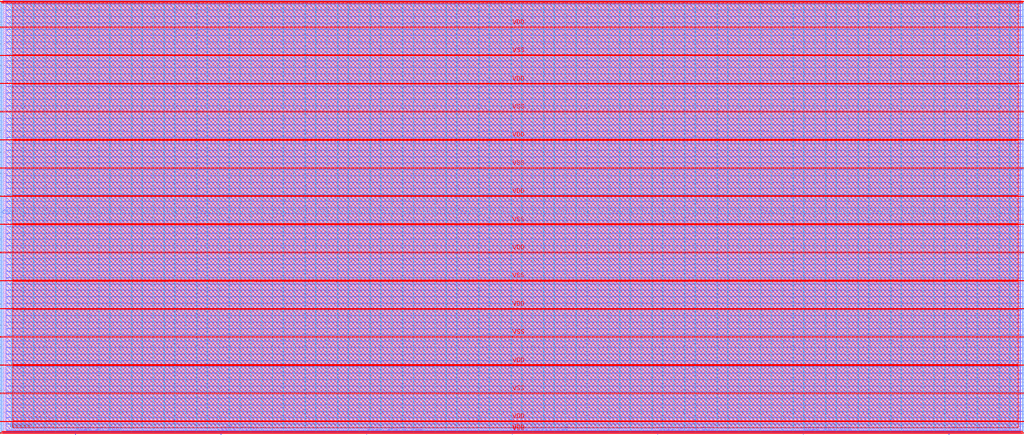
<source format=lef>
VERSION 5.7 ;
  NOWIREEXTENSIONATPIN ON ;
  DIVIDERCHAR "/" ;
  BUSBITCHARS "[]" ;
MACRO mgmt_core_wrapper
  CLASS BLOCK ;
  FOREIGN mgmt_core_wrapper ;
  ORIGIN 0.000 0.000 ;
  SIZE 2350.000 BY 1000.000 ;
  PIN VDD
    DIRECTION INOUT ;
    USE POWER ;
    PORT
      LAYER Metal4 ;
        RECT -2.000 4.160 -0.400 995.440 ;
    END
    PORT
      LAYER Metal5 ;
        RECT -2.000 4.160 2351.760 5.760 ;
    END
    PORT
      LAYER Metal5 ;
        RECT -2.000 993.840 2351.760 995.440 ;
    END
    PORT
      LAYER Metal4 ;
        RECT 2350.160 4.160 2351.760 995.440 ;
    END
    PORT
      LAYER Metal4 ;
        RECT 21.120 0.860 22.720 998.740 ;
    END
    PORT
      LAYER Metal4 ;
        RECT 71.120 0.860 72.720 998.740 ;
    END
    PORT
      LAYER Metal4 ;
        RECT 121.120 0.860 122.720 998.740 ;
    END
    PORT
      LAYER Metal4 ;
        RECT 171.120 0.860 172.720 998.740 ;
    END
    PORT
      LAYER Metal4 ;
        RECT 221.120 0.860 222.720 998.740 ;
    END
    PORT
      LAYER Metal4 ;
        RECT 271.120 0.860 272.720 998.740 ;
    END
    PORT
      LAYER Metal4 ;
        RECT 321.120 0.860 322.720 998.740 ;
    END
    PORT
      LAYER Metal4 ;
        RECT 371.120 0.860 372.720 998.740 ;
    END
    PORT
      LAYER Metal4 ;
        RECT 421.120 0.860 422.720 998.740 ;
    END
    PORT
      LAYER Metal4 ;
        RECT 471.120 0.860 472.720 998.740 ;
    END
    PORT
      LAYER Metal4 ;
        RECT 521.120 0.860 522.720 998.740 ;
    END
    PORT
      LAYER Metal4 ;
        RECT 571.120 0.860 572.720 998.740 ;
    END
    PORT
      LAYER Metal4 ;
        RECT 621.120 0.860 622.720 998.740 ;
    END
    PORT
      LAYER Metal4 ;
        RECT 671.120 0.860 672.720 998.740 ;
    END
    PORT
      LAYER Metal4 ;
        RECT 721.120 0.860 722.720 998.740 ;
    END
    PORT
      LAYER Metal4 ;
        RECT 771.120 0.860 772.720 998.740 ;
    END
    PORT
      LAYER Metal4 ;
        RECT 821.120 0.860 822.720 998.740 ;
    END
    PORT
      LAYER Metal4 ;
        RECT 871.120 0.860 872.720 998.740 ;
    END
    PORT
      LAYER Metal4 ;
        RECT 921.120 0.860 922.720 998.740 ;
    END
    PORT
      LAYER Metal4 ;
        RECT 971.120 0.860 972.720 998.740 ;
    END
    PORT
      LAYER Metal4 ;
        RECT 1021.120 0.860 1022.720 998.740 ;
    END
    PORT
      LAYER Metal4 ;
        RECT 1071.120 0.860 1072.720 998.740 ;
    END
    PORT
      LAYER Metal4 ;
        RECT 1121.120 0.860 1122.720 998.740 ;
    END
    PORT
      LAYER Metal4 ;
        RECT 1171.120 0.860 1172.720 998.740 ;
    END
    PORT
      LAYER Metal4 ;
        RECT 1221.120 0.860 1222.720 998.740 ;
    END
    PORT
      LAYER Metal4 ;
        RECT 1271.120 0.860 1272.720 998.740 ;
    END
    PORT
      LAYER Metal4 ;
        RECT 1321.120 0.860 1322.720 998.740 ;
    END
    PORT
      LAYER Metal4 ;
        RECT 1371.120 0.860 1372.720 998.740 ;
    END
    PORT
      LAYER Metal4 ;
        RECT 1421.120 0.860 1422.720 998.740 ;
    END
    PORT
      LAYER Metal4 ;
        RECT 1471.120 0.860 1472.720 998.740 ;
    END
    PORT
      LAYER Metal4 ;
        RECT 1521.120 0.860 1522.720 998.740 ;
    END
    PORT
      LAYER Metal4 ;
        RECT 1571.120 0.860 1572.720 998.740 ;
    END
    PORT
      LAYER Metal4 ;
        RECT 1621.120 0.860 1622.720 998.740 ;
    END
    PORT
      LAYER Metal4 ;
        RECT 1671.120 0.860 1672.720 998.740 ;
    END
    PORT
      LAYER Metal4 ;
        RECT 1721.120 0.860 1722.720 998.740 ;
    END
    PORT
      LAYER Metal4 ;
        RECT 1771.120 0.860 1772.720 998.740 ;
    END
    PORT
      LAYER Metal4 ;
        RECT 1821.120 0.860 1822.720 998.740 ;
    END
    PORT
      LAYER Metal4 ;
        RECT 1871.120 0.860 1872.720 998.740 ;
    END
    PORT
      LAYER Metal4 ;
        RECT 1921.120 0.860 1922.720 998.740 ;
    END
    PORT
      LAYER Metal4 ;
        RECT 1971.120 0.860 1972.720 998.740 ;
    END
    PORT
      LAYER Metal4 ;
        RECT 2021.120 0.860 2022.720 998.740 ;
    END
    PORT
      LAYER Metal4 ;
        RECT 2071.120 0.860 2072.720 998.740 ;
    END
    PORT
      LAYER Metal4 ;
        RECT 2121.120 0.860 2122.720 998.740 ;
    END
    PORT
      LAYER Metal4 ;
        RECT 2171.120 0.860 2172.720 998.740 ;
    END
    PORT
      LAYER Metal4 ;
        RECT 2221.120 0.860 2222.720 998.740 ;
    END
    PORT
      LAYER Metal4 ;
        RECT 2271.120 0.860 2272.720 998.740 ;
    END
    PORT
      LAYER Metal4 ;
        RECT 2321.120 0.860 2322.720 998.740 ;
    END
    PORT
      LAYER Metal5 ;
        RECT -5.300 27.610 2355.060 29.210 ;
    END
    PORT
      LAYER Metal5 ;
        RECT -5.300 157.610 2355.060 159.210 ;
    END
    PORT
      LAYER Metal5 ;
        RECT -5.300 287.610 2355.060 289.210 ;
    END
    PORT
      LAYER Metal5 ;
        RECT -5.300 417.610 2355.060 419.210 ;
    END
    PORT
      LAYER Metal5 ;
        RECT -5.300 547.610 2355.060 549.210 ;
    END
    PORT
      LAYER Metal5 ;
        RECT -5.300 677.610 2355.060 679.210 ;
    END
    PORT
      LAYER Metal5 ;
        RECT -5.300 807.610 2355.060 809.210 ;
    END
    PORT
      LAYER Metal5 ;
        RECT -5.300 937.610 2355.060 939.210 ;
    END
  END VDD
  PIN VSS
    DIRECTION INOUT ;
    USE GROUND ;
    PORT
      LAYER Metal4 ;
        RECT -5.300 0.860 -3.700 998.740 ;
    END
    PORT
      LAYER Metal5 ;
        RECT -5.300 0.860 2355.060 2.460 ;
    END
    PORT
      LAYER Metal5 ;
        RECT -5.300 997.140 2355.060 998.740 ;
    END
    PORT
      LAYER Metal4 ;
        RECT 2353.460 0.860 2355.060 998.740 ;
    END
    PORT
      LAYER Metal4 ;
        RECT 46.120 0.860 47.720 998.740 ;
    END
    PORT
      LAYER Metal4 ;
        RECT 96.120 0.860 97.720 998.740 ;
    END
    PORT
      LAYER Metal4 ;
        RECT 146.120 0.860 147.720 998.740 ;
    END
    PORT
      LAYER Metal4 ;
        RECT 196.120 0.860 197.720 998.740 ;
    END
    PORT
      LAYER Metal4 ;
        RECT 246.120 0.860 247.720 998.740 ;
    END
    PORT
      LAYER Metal4 ;
        RECT 296.120 0.860 297.720 998.740 ;
    END
    PORT
      LAYER Metal4 ;
        RECT 346.120 0.860 347.720 998.740 ;
    END
    PORT
      LAYER Metal4 ;
        RECT 396.120 0.860 397.720 998.740 ;
    END
    PORT
      LAYER Metal4 ;
        RECT 446.120 0.860 447.720 998.740 ;
    END
    PORT
      LAYER Metal4 ;
        RECT 496.120 0.860 497.720 998.740 ;
    END
    PORT
      LAYER Metal4 ;
        RECT 546.120 0.860 547.720 998.740 ;
    END
    PORT
      LAYER Metal4 ;
        RECT 596.120 0.860 597.720 998.740 ;
    END
    PORT
      LAYER Metal4 ;
        RECT 646.120 0.860 647.720 998.740 ;
    END
    PORT
      LAYER Metal4 ;
        RECT 696.120 0.860 697.720 998.740 ;
    END
    PORT
      LAYER Metal4 ;
        RECT 746.120 0.860 747.720 998.740 ;
    END
    PORT
      LAYER Metal4 ;
        RECT 796.120 0.860 797.720 998.740 ;
    END
    PORT
      LAYER Metal4 ;
        RECT 846.120 0.860 847.720 998.740 ;
    END
    PORT
      LAYER Metal4 ;
        RECT 896.120 0.860 897.720 998.740 ;
    END
    PORT
      LAYER Metal4 ;
        RECT 946.120 0.860 947.720 998.740 ;
    END
    PORT
      LAYER Metal4 ;
        RECT 996.120 0.860 997.720 998.740 ;
    END
    PORT
      LAYER Metal4 ;
        RECT 1046.120 0.860 1047.720 998.740 ;
    END
    PORT
      LAYER Metal4 ;
        RECT 1096.120 0.860 1097.720 998.740 ;
    END
    PORT
      LAYER Metal4 ;
        RECT 1146.120 0.860 1147.720 998.740 ;
    END
    PORT
      LAYER Metal4 ;
        RECT 1196.120 0.860 1197.720 998.740 ;
    END
    PORT
      LAYER Metal4 ;
        RECT 1246.120 0.860 1247.720 998.740 ;
    END
    PORT
      LAYER Metal4 ;
        RECT 1296.120 0.860 1297.720 998.740 ;
    END
    PORT
      LAYER Metal4 ;
        RECT 1346.120 0.860 1347.720 998.740 ;
    END
    PORT
      LAYER Metal4 ;
        RECT 1396.120 0.860 1397.720 998.740 ;
    END
    PORT
      LAYER Metal4 ;
        RECT 1446.120 0.860 1447.720 998.740 ;
    END
    PORT
      LAYER Metal4 ;
        RECT 1496.120 0.860 1497.720 998.740 ;
    END
    PORT
      LAYER Metal4 ;
        RECT 1546.120 0.860 1547.720 998.740 ;
    END
    PORT
      LAYER Metal4 ;
        RECT 1596.120 0.860 1597.720 998.740 ;
    END
    PORT
      LAYER Metal4 ;
        RECT 1646.120 0.860 1647.720 998.740 ;
    END
    PORT
      LAYER Metal4 ;
        RECT 1696.120 0.860 1697.720 998.740 ;
    END
    PORT
      LAYER Metal4 ;
        RECT 1746.120 0.860 1747.720 998.740 ;
    END
    PORT
      LAYER Metal4 ;
        RECT 1796.120 0.860 1797.720 998.740 ;
    END
    PORT
      LAYER Metal4 ;
        RECT 1846.120 0.860 1847.720 998.740 ;
    END
    PORT
      LAYER Metal4 ;
        RECT 1896.120 0.860 1897.720 998.740 ;
    END
    PORT
      LAYER Metal4 ;
        RECT 1946.120 0.860 1947.720 998.740 ;
    END
    PORT
      LAYER Metal4 ;
        RECT 1996.120 0.860 1997.720 998.740 ;
    END
    PORT
      LAYER Metal4 ;
        RECT 2046.120 0.860 2047.720 998.740 ;
    END
    PORT
      LAYER Metal4 ;
        RECT 2096.120 0.860 2097.720 998.740 ;
    END
    PORT
      LAYER Metal4 ;
        RECT 2146.120 0.860 2147.720 998.740 ;
    END
    PORT
      LAYER Metal4 ;
        RECT 2196.120 0.860 2197.720 998.740 ;
    END
    PORT
      LAYER Metal4 ;
        RECT 2246.120 0.860 2247.720 998.740 ;
    END
    PORT
      LAYER Metal4 ;
        RECT 2296.120 0.860 2297.720 998.740 ;
    END
    PORT
      LAYER Metal5 ;
        RECT -5.300 92.610 2355.060 94.210 ;
    END
    PORT
      LAYER Metal5 ;
        RECT -5.300 222.610 2355.060 224.210 ;
    END
    PORT
      LAYER Metal5 ;
        RECT -5.300 352.610 2355.060 354.210 ;
    END
    PORT
      LAYER Metal5 ;
        RECT -5.300 482.610 2355.060 484.210 ;
    END
    PORT
      LAYER Metal5 ;
        RECT -5.300 612.610 2355.060 614.210 ;
    END
    PORT
      LAYER Metal5 ;
        RECT -5.300 742.610 2355.060 744.210 ;
    END
    PORT
      LAYER Metal5 ;
        RECT -5.300 872.610 2355.060 874.210 ;
    END
  END VSS
  PIN core_clk
    DIRECTION INPUT ;
    USE SIGNAL ;
    PORT
      LAYER Metal3 ;
        RECT 2346.000 271.880 2352.000 272.440 ;
    END
  END core_clk
  PIN core_rstn
    DIRECTION INPUT ;
    USE SIGNAL ;
    PORT
      LAYER Metal2 ;
        RECT 502.600 -2.000 503.160 4.000 ;
    END
  END core_rstn
  PIN debug_in
    DIRECTION INPUT ;
    USE SIGNAL ;
    PORT
      LAYER Metal3 ;
        RECT 2346.000 7.560 2352.000 8.120 ;
    END
  END debug_in
  PIN debug_mode
    DIRECTION OUTPUT TRISTATE ;
    USE SIGNAL ;
    PORT
      LAYER Metal3 ;
        RECT 2346.000 22.120 2352.000 22.680 ;
    END
  END debug_mode
  PIN debug_oeb
    DIRECTION OUTPUT TRISTATE ;
    USE SIGNAL ;
    PORT
      LAYER Metal3 ;
        RECT 2346.000 36.680 2352.000 37.240 ;
    END
  END debug_oeb
  PIN debug_out
    DIRECTION OUTPUT TRISTATE ;
    USE SIGNAL ;
    PORT
      LAYER Metal3 ;
        RECT 2346.000 51.240 2352.000 51.800 ;
    END
  END debug_out
  PIN flash_clk
    DIRECTION OUTPUT TRISTATE ;
    USE SIGNAL ;
    PORT
      LAYER Metal3 ;
        RECT 2346.000 815.640 2352.000 816.200 ;
    END
  END flash_clk
  PIN flash_csb
    DIRECTION OUTPUT TRISTATE ;
    USE SIGNAL ;
    PORT
      LAYER Metal3 ;
        RECT 2346.000 801.080 2352.000 801.640 ;
    END
  END flash_csb
  PIN flash_io0_di
    DIRECTION INPUT ;
    USE SIGNAL ;
    PORT
      LAYER Metal3 ;
        RECT 2346.000 830.760 2352.000 831.320 ;
    END
  END flash_io0_di
  PIN flash_io0_do
    DIRECTION OUTPUT TRISTATE ;
    USE SIGNAL ;
    PORT
      LAYER Metal3 ;
        RECT 2346.000 845.320 2352.000 845.880 ;
    END
  END flash_io0_do
  PIN flash_io0_oeb
    DIRECTION OUTPUT TRISTATE ;
    USE SIGNAL ;
    PORT
      LAYER Metal3 ;
        RECT 2346.000 859.880 2352.000 860.440 ;
    END
  END flash_io0_oeb
  PIN flash_io1_di
    DIRECTION INPUT ;
    USE SIGNAL ;
    PORT
      LAYER Metal3 ;
        RECT 2346.000 874.440 2352.000 875.000 ;
    END
  END flash_io1_di
  PIN flash_io1_do
    DIRECTION OUTPUT TRISTATE ;
    USE SIGNAL ;
    PORT
      LAYER Metal3 ;
        RECT 2346.000 889.560 2352.000 890.120 ;
    END
  END flash_io1_do
  PIN flash_io1_oeb
    DIRECTION OUTPUT TRISTATE ;
    USE SIGNAL ;
    PORT
      LAYER Metal3 ;
        RECT 2346.000 904.120 2352.000 904.680 ;
    END
  END flash_io1_oeb
  PIN flash_io2_di
    DIRECTION INPUT ;
    USE SIGNAL ;
    PORT
      LAYER Metal3 ;
        RECT 2346.000 918.680 2352.000 919.240 ;
    END
  END flash_io2_di
  PIN flash_io2_do
    DIRECTION OUTPUT TRISTATE ;
    USE SIGNAL ;
    PORT
      LAYER Metal3 ;
        RECT 2346.000 933.240 2352.000 933.800 ;
    END
  END flash_io2_do
  PIN flash_io2_oeb
    DIRECTION OUTPUT TRISTATE ;
    USE SIGNAL ;
    PORT
      LAYER Metal3 ;
        RECT 2346.000 948.360 2352.000 948.920 ;
    END
  END flash_io2_oeb
  PIN flash_io3_di
    DIRECTION INPUT ;
    USE SIGNAL ;
    PORT
      LAYER Metal3 ;
        RECT 2346.000 962.920 2352.000 963.480 ;
    END
  END flash_io3_di
  PIN flash_io3_do
    DIRECTION OUTPUT TRISTATE ;
    USE SIGNAL ;
    PORT
      LAYER Metal3 ;
        RECT 2346.000 977.480 2352.000 978.040 ;
    END
  END flash_io3_do
  PIN flash_io3_oeb
    DIRECTION OUTPUT TRISTATE ;
    USE SIGNAL ;
    PORT
      LAYER Metal3 ;
        RECT 2346.000 992.040 2352.000 992.600 ;
    END
  END flash_io3_oeb
  PIN gpio_in_pad
    DIRECTION INPUT ;
    USE SIGNAL ;
    PORT
      LAYER Metal2 ;
        RECT 167.160 -2.000 167.720 4.000 ;
    END
  END gpio_in_pad
  PIN gpio_inenb_pad
    DIRECTION OUTPUT TRISTATE ;
    USE SIGNAL ;
    PORT
      LAYER Metal2 ;
        RECT 838.600 -2.000 839.160 4.000 ;
    END
  END gpio_inenb_pad
  PIN gpio_mode0_pad
    DIRECTION OUTPUT TRISTATE ;
    USE SIGNAL ;
    PORT
      LAYER Metal2 ;
        RECT 1174.040 -2.000 1174.600 4.000 ;
    END
  END gpio_mode0_pad
  PIN gpio_mode1_pad
    DIRECTION OUTPUT TRISTATE ;
    USE SIGNAL ;
    PORT
      LAYER Metal2 ;
        RECT 1510.040 -2.000 1510.600 4.000 ;
    END
  END gpio_mode1_pad
  PIN gpio_out_pad
    DIRECTION OUTPUT TRISTATE ;
    USE SIGNAL ;
    PORT
      LAYER Metal2 ;
        RECT 1845.480 -2.000 1846.040 4.000 ;
    END
  END gpio_out_pad
  PIN gpio_outenb_pad
    DIRECTION OUTPUT TRISTATE ;
    USE SIGNAL ;
    PORT
      LAYER Metal2 ;
        RECT 2181.480 -2.000 2182.040 4.000 ;
    END
  END gpio_outenb_pad
  PIN hk_ack_i
    DIRECTION INPUT ;
    USE SIGNAL ;
    PORT
      LAYER Metal3 ;
        RECT 2346.000 286.440 2352.000 287.000 ;
    END
  END hk_ack_i
  PIN hk_cyc_o
    DIRECTION OUTPUT TRISTATE ;
    USE SIGNAL ;
    PORT
      LAYER Metal3 ;
        RECT 2346.000 316.120 2352.000 316.680 ;
    END
  END hk_cyc_o
  PIN hk_dat_i[0]
    DIRECTION INPUT ;
    USE SIGNAL ;
    PORT
      LAYER Metal3 ;
        RECT 2346.000 330.680 2352.000 331.240 ;
    END
  END hk_dat_i[0]
  PIN hk_dat_i[10]
    DIRECTION INPUT ;
    USE SIGNAL ;
    PORT
      LAYER Metal3 ;
        RECT 2346.000 477.960 2352.000 478.520 ;
    END
  END hk_dat_i[10]
  PIN hk_dat_i[11]
    DIRECTION INPUT ;
    USE SIGNAL ;
    PORT
      LAYER Metal3 ;
        RECT 2346.000 492.520 2352.000 493.080 ;
    END
  END hk_dat_i[11]
  PIN hk_dat_i[12]
    DIRECTION INPUT ;
    USE SIGNAL ;
    PORT
      LAYER Metal3 ;
        RECT 2346.000 507.080 2352.000 507.640 ;
    END
  END hk_dat_i[12]
  PIN hk_dat_i[13]
    DIRECTION INPUT ;
    USE SIGNAL ;
    PORT
      LAYER Metal3 ;
        RECT 2346.000 521.640 2352.000 522.200 ;
    END
  END hk_dat_i[13]
  PIN hk_dat_i[14]
    DIRECTION INPUT ;
    USE SIGNAL ;
    PORT
      LAYER Metal3 ;
        RECT 2346.000 536.760 2352.000 537.320 ;
    END
  END hk_dat_i[14]
  PIN hk_dat_i[15]
    DIRECTION INPUT ;
    USE SIGNAL ;
    PORT
      LAYER Metal3 ;
        RECT 2346.000 551.320 2352.000 551.880 ;
    END
  END hk_dat_i[15]
  PIN hk_dat_i[16]
    DIRECTION INPUT ;
    USE SIGNAL ;
    PORT
      LAYER Metal3 ;
        RECT 2346.000 565.880 2352.000 566.440 ;
    END
  END hk_dat_i[16]
  PIN hk_dat_i[17]
    DIRECTION INPUT ;
    USE SIGNAL ;
    PORT
      LAYER Metal3 ;
        RECT 2346.000 580.440 2352.000 581.000 ;
    END
  END hk_dat_i[17]
  PIN hk_dat_i[18]
    DIRECTION INPUT ;
    USE SIGNAL ;
    PORT
      LAYER Metal3 ;
        RECT 2346.000 595.560 2352.000 596.120 ;
    END
  END hk_dat_i[18]
  PIN hk_dat_i[19]
    DIRECTION INPUT ;
    USE SIGNAL ;
    PORT
      LAYER Metal3 ;
        RECT 2346.000 610.120 2352.000 610.680 ;
    END
  END hk_dat_i[19]
  PIN hk_dat_i[1]
    DIRECTION INPUT ;
    USE SIGNAL ;
    PORT
      LAYER Metal3 ;
        RECT 2346.000 345.240 2352.000 345.800 ;
    END
  END hk_dat_i[1]
  PIN hk_dat_i[20]
    DIRECTION INPUT ;
    USE SIGNAL ;
    PORT
      LAYER Metal3 ;
        RECT 2346.000 624.680 2352.000 625.240 ;
    END
  END hk_dat_i[20]
  PIN hk_dat_i[21]
    DIRECTION INPUT ;
    USE SIGNAL ;
    PORT
      LAYER Metal3 ;
        RECT 2346.000 639.240 2352.000 639.800 ;
    END
  END hk_dat_i[21]
  PIN hk_dat_i[22]
    DIRECTION INPUT ;
    USE SIGNAL ;
    PORT
      LAYER Metal3 ;
        RECT 2346.000 654.360 2352.000 654.920 ;
    END
  END hk_dat_i[22]
  PIN hk_dat_i[23]
    DIRECTION INPUT ;
    USE SIGNAL ;
    PORT
      LAYER Metal3 ;
        RECT 2346.000 668.920 2352.000 669.480 ;
    END
  END hk_dat_i[23]
  PIN hk_dat_i[24]
    DIRECTION INPUT ;
    USE SIGNAL ;
    PORT
      LAYER Metal3 ;
        RECT 2346.000 683.480 2352.000 684.040 ;
    END
  END hk_dat_i[24]
  PIN hk_dat_i[25]
    DIRECTION INPUT ;
    USE SIGNAL ;
    PORT
      LAYER Metal3 ;
        RECT 2346.000 698.040 2352.000 698.600 ;
    END
  END hk_dat_i[25]
  PIN hk_dat_i[26]
    DIRECTION INPUT ;
    USE SIGNAL ;
    PORT
      LAYER Metal3 ;
        RECT 2346.000 713.160 2352.000 713.720 ;
    END
  END hk_dat_i[26]
  PIN hk_dat_i[27]
    DIRECTION INPUT ;
    USE SIGNAL ;
    PORT
      LAYER Metal3 ;
        RECT 2346.000 727.720 2352.000 728.280 ;
    END
  END hk_dat_i[27]
  PIN hk_dat_i[28]
    DIRECTION INPUT ;
    USE SIGNAL ;
    PORT
      LAYER Metal3 ;
        RECT 2346.000 742.280 2352.000 742.840 ;
    END
  END hk_dat_i[28]
  PIN hk_dat_i[29]
    DIRECTION INPUT ;
    USE SIGNAL ;
    PORT
      LAYER Metal3 ;
        RECT 2346.000 756.840 2352.000 757.400 ;
    END
  END hk_dat_i[29]
  PIN hk_dat_i[2]
    DIRECTION INPUT ;
    USE SIGNAL ;
    PORT
      LAYER Metal3 ;
        RECT 2346.000 360.360 2352.000 360.920 ;
    END
  END hk_dat_i[2]
  PIN hk_dat_i[30]
    DIRECTION INPUT ;
    USE SIGNAL ;
    PORT
      LAYER Metal3 ;
        RECT 2346.000 771.960 2352.000 772.520 ;
    END
  END hk_dat_i[30]
  PIN hk_dat_i[31]
    DIRECTION INPUT ;
    USE SIGNAL ;
    PORT
      LAYER Metal3 ;
        RECT 2346.000 786.520 2352.000 787.080 ;
    END
  END hk_dat_i[31]
  PIN hk_dat_i[3]
    DIRECTION INPUT ;
    USE SIGNAL ;
    PORT
      LAYER Metal3 ;
        RECT 2346.000 374.920 2352.000 375.480 ;
    END
  END hk_dat_i[3]
  PIN hk_dat_i[4]
    DIRECTION INPUT ;
    USE SIGNAL ;
    PORT
      LAYER Metal3 ;
        RECT 2346.000 389.480 2352.000 390.040 ;
    END
  END hk_dat_i[4]
  PIN hk_dat_i[5]
    DIRECTION INPUT ;
    USE SIGNAL ;
    PORT
      LAYER Metal3 ;
        RECT 2346.000 404.040 2352.000 404.600 ;
    END
  END hk_dat_i[5]
  PIN hk_dat_i[6]
    DIRECTION INPUT ;
    USE SIGNAL ;
    PORT
      LAYER Metal3 ;
        RECT 2346.000 419.160 2352.000 419.720 ;
    END
  END hk_dat_i[6]
  PIN hk_dat_i[7]
    DIRECTION INPUT ;
    USE SIGNAL ;
    PORT
      LAYER Metal3 ;
        RECT 2346.000 433.720 2352.000 434.280 ;
    END
  END hk_dat_i[7]
  PIN hk_dat_i[8]
    DIRECTION INPUT ;
    USE SIGNAL ;
    PORT
      LAYER Metal3 ;
        RECT 2346.000 448.280 2352.000 448.840 ;
    END
  END hk_dat_i[8]
  PIN hk_dat_i[9]
    DIRECTION INPUT ;
    USE SIGNAL ;
    PORT
      LAYER Metal3 ;
        RECT 2346.000 462.840 2352.000 463.400 ;
    END
  END hk_dat_i[9]
  PIN hk_stb_o
    DIRECTION OUTPUT TRISTATE ;
    USE SIGNAL ;
    PORT
      LAYER Metal3 ;
        RECT 2346.000 301.560 2352.000 302.120 ;
    END
  END hk_stb_o
  PIN irq[0]
    DIRECTION INPUT ;
    USE SIGNAL ;
    PORT
      LAYER Metal2 ;
        RECT 2333.240 996.000 2333.800 1002.000 ;
    END
  END irq[0]
  PIN irq[1]
    DIRECTION INPUT ;
    USE SIGNAL ;
    PORT
      LAYER Metal2 ;
        RECT 2339.960 996.000 2340.520 1002.000 ;
    END
  END irq[1]
  PIN irq[2]
    DIRECTION INPUT ;
    USE SIGNAL ;
    PORT
      LAYER Metal2 ;
        RECT 2346.120 996.000 2346.680 1002.000 ;
    END
  END irq[2]
  PIN irq[3]
    DIRECTION INPUT ;
    USE SIGNAL ;
    PORT
      LAYER Metal3 ;
        RECT 2346.000 110.040 2352.000 110.600 ;
    END
  END irq[3]
  PIN irq[4]
    DIRECTION INPUT ;
    USE SIGNAL ;
    PORT
      LAYER Metal3 ;
        RECT 2346.000 95.480 2352.000 96.040 ;
    END
  END irq[4]
  PIN irq[5]
    DIRECTION INPUT ;
    USE SIGNAL ;
    PORT
      LAYER Metal3 ;
        RECT 2346.000 80.920 2352.000 81.480 ;
    END
  END irq[5]
  PIN la_iena[0]
    DIRECTION OUTPUT TRISTATE ;
    USE SIGNAL ;
    PORT
      LAYER Metal2 ;
        RECT 1231.720 996.000 1232.280 1002.000 ;
    END
  END la_iena[0]
  PIN la_iena[10]
    DIRECTION OUTPUT TRISTATE ;
    USE SIGNAL ;
    PORT
      LAYER Metal2 ;
        RECT 1296.120 996.000 1296.680 1002.000 ;
    END
  END la_iena[10]
  PIN la_iena[11]
    DIRECTION OUTPUT TRISTATE ;
    USE SIGNAL ;
    PORT
      LAYER Metal2 ;
        RECT 1302.280 996.000 1302.840 1002.000 ;
    END
  END la_iena[11]
  PIN la_iena[12]
    DIRECTION OUTPUT TRISTATE ;
    USE SIGNAL ;
    PORT
      LAYER Metal2 ;
        RECT 1308.440 996.000 1309.000 1002.000 ;
    END
  END la_iena[12]
  PIN la_iena[13]
    DIRECTION OUTPUT TRISTATE ;
    USE SIGNAL ;
    PORT
      LAYER Metal2 ;
        RECT 1315.160 996.000 1315.720 1002.000 ;
    END
  END la_iena[13]
  PIN la_iena[14]
    DIRECTION OUTPUT TRISTATE ;
    USE SIGNAL ;
    PORT
      LAYER Metal2 ;
        RECT 1321.320 996.000 1321.880 1002.000 ;
    END
  END la_iena[14]
  PIN la_iena[15]
    DIRECTION OUTPUT TRISTATE ;
    USE SIGNAL ;
    PORT
      LAYER Metal2 ;
        RECT 1328.040 996.000 1328.600 1002.000 ;
    END
  END la_iena[15]
  PIN la_iena[16]
    DIRECTION OUTPUT TRISTATE ;
    USE SIGNAL ;
    PORT
      LAYER Metal2 ;
        RECT 1334.200 996.000 1334.760 1002.000 ;
    END
  END la_iena[16]
  PIN la_iena[17]
    DIRECTION OUTPUT TRISTATE ;
    USE SIGNAL ;
    PORT
      LAYER Metal2 ;
        RECT 1340.920 996.000 1341.480 1002.000 ;
    END
  END la_iena[17]
  PIN la_iena[18]
    DIRECTION OUTPUT TRISTATE ;
    USE SIGNAL ;
    PORT
      LAYER Metal2 ;
        RECT 1347.080 996.000 1347.640 1002.000 ;
    END
  END la_iena[18]
  PIN la_iena[19]
    DIRECTION OUTPUT TRISTATE ;
    USE SIGNAL ;
    PORT
      LAYER Metal2 ;
        RECT 1353.240 996.000 1353.800 1002.000 ;
    END
  END la_iena[19]
  PIN la_iena[1]
    DIRECTION OUTPUT TRISTATE ;
    USE SIGNAL ;
    PORT
      LAYER Metal2 ;
        RECT 1238.440 996.000 1239.000 1002.000 ;
    END
  END la_iena[1]
  PIN la_iena[20]
    DIRECTION OUTPUT TRISTATE ;
    USE SIGNAL ;
    PORT
      LAYER Metal2 ;
        RECT 1359.960 996.000 1360.520 1002.000 ;
    END
  END la_iena[20]
  PIN la_iena[21]
    DIRECTION OUTPUT TRISTATE ;
    USE SIGNAL ;
    PORT
      LAYER Metal2 ;
        RECT 1366.120 996.000 1366.680 1002.000 ;
    END
  END la_iena[21]
  PIN la_iena[22]
    DIRECTION OUTPUT TRISTATE ;
    USE SIGNAL ;
    PORT
      LAYER Metal2 ;
        RECT 1372.840 996.000 1373.400 1002.000 ;
    END
  END la_iena[22]
  PIN la_iena[23]
    DIRECTION OUTPUT TRISTATE ;
    USE SIGNAL ;
    PORT
      LAYER Metal2 ;
        RECT 1379.000 996.000 1379.560 1002.000 ;
    END
  END la_iena[23]
  PIN la_iena[24]
    DIRECTION OUTPUT TRISTATE ;
    USE SIGNAL ;
    PORT
      LAYER Metal2 ;
        RECT 1385.720 996.000 1386.280 1002.000 ;
    END
  END la_iena[24]
  PIN la_iena[25]
    DIRECTION OUTPUT TRISTATE ;
    USE SIGNAL ;
    PORT
      LAYER Metal2 ;
        RECT 1391.880 996.000 1392.440 1002.000 ;
    END
  END la_iena[25]
  PIN la_iena[26]
    DIRECTION OUTPUT TRISTATE ;
    USE SIGNAL ;
    PORT
      LAYER Metal2 ;
        RECT 1398.600 996.000 1399.160 1002.000 ;
    END
  END la_iena[26]
  PIN la_iena[27]
    DIRECTION OUTPUT TRISTATE ;
    USE SIGNAL ;
    PORT
      LAYER Metal2 ;
        RECT 1404.760 996.000 1405.320 1002.000 ;
    END
  END la_iena[27]
  PIN la_iena[28]
    DIRECTION OUTPUT TRISTATE ;
    USE SIGNAL ;
    PORT
      LAYER Metal2 ;
        RECT 1410.920 996.000 1411.480 1002.000 ;
    END
  END la_iena[28]
  PIN la_iena[29]
    DIRECTION OUTPUT TRISTATE ;
    USE SIGNAL ;
    PORT
      LAYER Metal2 ;
        RECT 1417.640 996.000 1418.200 1002.000 ;
    END
  END la_iena[29]
  PIN la_iena[2]
    DIRECTION OUTPUT TRISTATE ;
    USE SIGNAL ;
    PORT
      LAYER Metal2 ;
        RECT 1244.600 996.000 1245.160 1002.000 ;
    END
  END la_iena[2]
  PIN la_iena[30]
    DIRECTION OUTPUT TRISTATE ;
    USE SIGNAL ;
    PORT
      LAYER Metal2 ;
        RECT 1423.800 996.000 1424.360 1002.000 ;
    END
  END la_iena[30]
  PIN la_iena[31]
    DIRECTION OUTPUT TRISTATE ;
    USE SIGNAL ;
    PORT
      LAYER Metal2 ;
        RECT 1430.520 996.000 1431.080 1002.000 ;
    END
  END la_iena[31]
  PIN la_iena[32]
    DIRECTION OUTPUT TRISTATE ;
    USE SIGNAL ;
    PORT
      LAYER Metal2 ;
        RECT 1436.680 996.000 1437.240 1002.000 ;
    END
  END la_iena[32]
  PIN la_iena[33]
    DIRECTION OUTPUT TRISTATE ;
    USE SIGNAL ;
    PORT
      LAYER Metal2 ;
        RECT 1443.400 996.000 1443.960 1002.000 ;
    END
  END la_iena[33]
  PIN la_iena[34]
    DIRECTION OUTPUT TRISTATE ;
    USE SIGNAL ;
    PORT
      LAYER Metal2 ;
        RECT 1449.560 996.000 1450.120 1002.000 ;
    END
  END la_iena[34]
  PIN la_iena[35]
    DIRECTION OUTPUT TRISTATE ;
    USE SIGNAL ;
    PORT
      LAYER Metal2 ;
        RECT 1455.720 996.000 1456.280 1002.000 ;
    END
  END la_iena[35]
  PIN la_iena[36]
    DIRECTION OUTPUT TRISTATE ;
    USE SIGNAL ;
    PORT
      LAYER Metal2 ;
        RECT 1462.440 996.000 1463.000 1002.000 ;
    END
  END la_iena[36]
  PIN la_iena[37]
    DIRECTION OUTPUT TRISTATE ;
    USE SIGNAL ;
    PORT
      LAYER Metal2 ;
        RECT 1468.600 996.000 1469.160 1002.000 ;
    END
  END la_iena[37]
  PIN la_iena[38]
    DIRECTION OUTPUT TRISTATE ;
    USE SIGNAL ;
    PORT
      LAYER Metal2 ;
        RECT 1475.320 996.000 1475.880 1002.000 ;
    END
  END la_iena[38]
  PIN la_iena[39]
    DIRECTION OUTPUT TRISTATE ;
    USE SIGNAL ;
    PORT
      LAYER Metal2 ;
        RECT 1481.480 996.000 1482.040 1002.000 ;
    END
  END la_iena[39]
  PIN la_iena[3]
    DIRECTION OUTPUT TRISTATE ;
    USE SIGNAL ;
    PORT
      LAYER Metal2 ;
        RECT 1251.320 996.000 1251.880 1002.000 ;
    END
  END la_iena[3]
  PIN la_iena[40]
    DIRECTION OUTPUT TRISTATE ;
    USE SIGNAL ;
    PORT
      LAYER Metal2 ;
        RECT 1488.200 996.000 1488.760 1002.000 ;
    END
  END la_iena[40]
  PIN la_iena[41]
    DIRECTION OUTPUT TRISTATE ;
    USE SIGNAL ;
    PORT
      LAYER Metal2 ;
        RECT 1494.360 996.000 1494.920 1002.000 ;
    END
  END la_iena[41]
  PIN la_iena[42]
    DIRECTION OUTPUT TRISTATE ;
    USE SIGNAL ;
    PORT
      LAYER Metal2 ;
        RECT 1501.080 996.000 1501.640 1002.000 ;
    END
  END la_iena[42]
  PIN la_iena[43]
    DIRECTION OUTPUT TRISTATE ;
    USE SIGNAL ;
    PORT
      LAYER Metal2 ;
        RECT 1507.240 996.000 1507.800 1002.000 ;
    END
  END la_iena[43]
  PIN la_iena[44]
    DIRECTION OUTPUT TRISTATE ;
    USE SIGNAL ;
    PORT
      LAYER Metal2 ;
        RECT 1513.400 996.000 1513.960 1002.000 ;
    END
  END la_iena[44]
  PIN la_iena[45]
    DIRECTION OUTPUT TRISTATE ;
    USE SIGNAL ;
    PORT
      LAYER Metal2 ;
        RECT 1520.120 996.000 1520.680 1002.000 ;
    END
  END la_iena[45]
  PIN la_iena[46]
    DIRECTION OUTPUT TRISTATE ;
    USE SIGNAL ;
    PORT
      LAYER Metal2 ;
        RECT 1526.280 996.000 1526.840 1002.000 ;
    END
  END la_iena[46]
  PIN la_iena[47]
    DIRECTION OUTPUT TRISTATE ;
    USE SIGNAL ;
    PORT
      LAYER Metal2 ;
        RECT 1533.000 996.000 1533.560 1002.000 ;
    END
  END la_iena[47]
  PIN la_iena[48]
    DIRECTION OUTPUT TRISTATE ;
    USE SIGNAL ;
    PORT
      LAYER Metal2 ;
        RECT 1539.160 996.000 1539.720 1002.000 ;
    END
  END la_iena[48]
  PIN la_iena[49]
    DIRECTION OUTPUT TRISTATE ;
    USE SIGNAL ;
    PORT
      LAYER Metal2 ;
        RECT 1545.880 996.000 1546.440 1002.000 ;
    END
  END la_iena[49]
  PIN la_iena[4]
    DIRECTION OUTPUT TRISTATE ;
    USE SIGNAL ;
    PORT
      LAYER Metal2 ;
        RECT 1257.480 996.000 1258.040 1002.000 ;
    END
  END la_iena[4]
  PIN la_iena[50]
    DIRECTION OUTPUT TRISTATE ;
    USE SIGNAL ;
    PORT
      LAYER Metal2 ;
        RECT 1552.040 996.000 1552.600 1002.000 ;
    END
  END la_iena[50]
  PIN la_iena[51]
    DIRECTION OUTPUT TRISTATE ;
    USE SIGNAL ;
    PORT
      LAYER Metal2 ;
        RECT 1558.200 996.000 1558.760 1002.000 ;
    END
  END la_iena[51]
  PIN la_iena[52]
    DIRECTION OUTPUT TRISTATE ;
    USE SIGNAL ;
    PORT
      LAYER Metal2 ;
        RECT 1564.920 996.000 1565.480 1002.000 ;
    END
  END la_iena[52]
  PIN la_iena[53]
    DIRECTION OUTPUT TRISTATE ;
    USE SIGNAL ;
    PORT
      LAYER Metal2 ;
        RECT 1571.080 996.000 1571.640 1002.000 ;
    END
  END la_iena[53]
  PIN la_iena[54]
    DIRECTION OUTPUT TRISTATE ;
    USE SIGNAL ;
    PORT
      LAYER Metal2 ;
        RECT 1577.800 996.000 1578.360 1002.000 ;
    END
  END la_iena[54]
  PIN la_iena[55]
    DIRECTION OUTPUT TRISTATE ;
    USE SIGNAL ;
    PORT
      LAYER Metal2 ;
        RECT 1583.960 996.000 1584.520 1002.000 ;
    END
  END la_iena[55]
  PIN la_iena[56]
    DIRECTION OUTPUT TRISTATE ;
    USE SIGNAL ;
    PORT
      LAYER Metal2 ;
        RECT 1590.680 996.000 1591.240 1002.000 ;
    END
  END la_iena[56]
  PIN la_iena[57]
    DIRECTION OUTPUT TRISTATE ;
    USE SIGNAL ;
    PORT
      LAYER Metal2 ;
        RECT 1596.840 996.000 1597.400 1002.000 ;
    END
  END la_iena[57]
  PIN la_iena[58]
    DIRECTION OUTPUT TRISTATE ;
    USE SIGNAL ;
    PORT
      LAYER Metal2 ;
        RECT 1603.000 996.000 1603.560 1002.000 ;
    END
  END la_iena[58]
  PIN la_iena[59]
    DIRECTION OUTPUT TRISTATE ;
    USE SIGNAL ;
    PORT
      LAYER Metal2 ;
        RECT 1609.720 996.000 1610.280 1002.000 ;
    END
  END la_iena[59]
  PIN la_iena[5]
    DIRECTION OUTPUT TRISTATE ;
    USE SIGNAL ;
    PORT
      LAYER Metal2 ;
        RECT 1263.640 996.000 1264.200 1002.000 ;
    END
  END la_iena[5]
  PIN la_iena[60]
    DIRECTION OUTPUT TRISTATE ;
    USE SIGNAL ;
    PORT
      LAYER Metal2 ;
        RECT 1615.880 996.000 1616.440 1002.000 ;
    END
  END la_iena[60]
  PIN la_iena[61]
    DIRECTION OUTPUT TRISTATE ;
    USE SIGNAL ;
    PORT
      LAYER Metal2 ;
        RECT 1622.600 996.000 1623.160 1002.000 ;
    END
  END la_iena[61]
  PIN la_iena[62]
    DIRECTION OUTPUT TRISTATE ;
    USE SIGNAL ;
    PORT
      LAYER Metal2 ;
        RECT 1628.760 996.000 1629.320 1002.000 ;
    END
  END la_iena[62]
  PIN la_iena[63]
    DIRECTION OUTPUT TRISTATE ;
    USE SIGNAL ;
    PORT
      LAYER Metal2 ;
        RECT 1635.480 996.000 1636.040 1002.000 ;
    END
  END la_iena[63]
  PIN la_iena[6]
    DIRECTION OUTPUT TRISTATE ;
    USE SIGNAL ;
    PORT
      LAYER Metal2 ;
        RECT 1270.360 996.000 1270.920 1002.000 ;
    END
  END la_iena[6]
  PIN la_iena[7]
    DIRECTION OUTPUT TRISTATE ;
    USE SIGNAL ;
    PORT
      LAYER Metal2 ;
        RECT 1276.520 996.000 1277.080 1002.000 ;
    END
  END la_iena[7]
  PIN la_iena[8]
    DIRECTION OUTPUT TRISTATE ;
    USE SIGNAL ;
    PORT
      LAYER Metal2 ;
        RECT 1283.240 996.000 1283.800 1002.000 ;
    END
  END la_iena[8]
  PIN la_iena[9]
    DIRECTION OUTPUT TRISTATE ;
    USE SIGNAL ;
    PORT
      LAYER Metal2 ;
        RECT 1289.400 996.000 1289.960 1002.000 ;
    END
  END la_iena[9]
  PIN la_input[0]
    DIRECTION INPUT ;
    USE SIGNAL ;
    PORT
      LAYER Metal2 ;
        RECT 2.520 996.000 3.080 1002.000 ;
    END
  END la_input[0]
  PIN la_input[10]
    DIRECTION INPUT ;
    USE SIGNAL ;
    PORT
      LAYER Metal2 ;
        RECT 66.360 996.000 66.920 1002.000 ;
    END
  END la_input[10]
  PIN la_input[11]
    DIRECTION INPUT ;
    USE SIGNAL ;
    PORT
      LAYER Metal2 ;
        RECT 72.520 996.000 73.080 1002.000 ;
    END
  END la_input[11]
  PIN la_input[12]
    DIRECTION INPUT ;
    USE SIGNAL ;
    PORT
      LAYER Metal2 ;
        RECT 79.240 996.000 79.800 1002.000 ;
    END
  END la_input[12]
  PIN la_input[13]
    DIRECTION INPUT ;
    USE SIGNAL ;
    PORT
      LAYER Metal2 ;
        RECT 85.400 996.000 85.960 1002.000 ;
    END
  END la_input[13]
  PIN la_input[14]
    DIRECTION INPUT ;
    USE SIGNAL ;
    PORT
      LAYER Metal2 ;
        RECT 92.120 996.000 92.680 1002.000 ;
    END
  END la_input[14]
  PIN la_input[15]
    DIRECTION INPUT ;
    USE SIGNAL ;
    PORT
      LAYER Metal2 ;
        RECT 98.280 996.000 98.840 1002.000 ;
    END
  END la_input[15]
  PIN la_input[16]
    DIRECTION INPUT ;
    USE SIGNAL ;
    PORT
      LAYER Metal2 ;
        RECT 104.440 996.000 105.000 1002.000 ;
    END
  END la_input[16]
  PIN la_input[17]
    DIRECTION INPUT ;
    USE SIGNAL ;
    PORT
      LAYER Metal2 ;
        RECT 111.160 996.000 111.720 1002.000 ;
    END
  END la_input[17]
  PIN la_input[18]
    DIRECTION INPUT ;
    USE SIGNAL ;
    PORT
      LAYER Metal2 ;
        RECT 117.320 996.000 117.880 1002.000 ;
    END
  END la_input[18]
  PIN la_input[19]
    DIRECTION INPUT ;
    USE SIGNAL ;
    PORT
      LAYER Metal2 ;
        RECT 124.040 996.000 124.600 1002.000 ;
    END
  END la_input[19]
  PIN la_input[1]
    DIRECTION INPUT ;
    USE SIGNAL ;
    PORT
      LAYER Metal2 ;
        RECT 8.680 996.000 9.240 1002.000 ;
    END
  END la_input[1]
  PIN la_input[20]
    DIRECTION INPUT ;
    USE SIGNAL ;
    PORT
      LAYER Metal2 ;
        RECT 130.200 996.000 130.760 1002.000 ;
    END
  END la_input[20]
  PIN la_input[21]
    DIRECTION INPUT ;
    USE SIGNAL ;
    PORT
      LAYER Metal2 ;
        RECT 136.920 996.000 137.480 1002.000 ;
    END
  END la_input[21]
  PIN la_input[22]
    DIRECTION INPUT ;
    USE SIGNAL ;
    PORT
      LAYER Metal2 ;
        RECT 143.080 996.000 143.640 1002.000 ;
    END
  END la_input[22]
  PIN la_input[23]
    DIRECTION INPUT ;
    USE SIGNAL ;
    PORT
      LAYER Metal2 ;
        RECT 149.800 996.000 150.360 1002.000 ;
    END
  END la_input[23]
  PIN la_input[24]
    DIRECTION INPUT ;
    USE SIGNAL ;
    PORT
      LAYER Metal2 ;
        RECT 155.960 996.000 156.520 1002.000 ;
    END
  END la_input[24]
  PIN la_input[25]
    DIRECTION INPUT ;
    USE SIGNAL ;
    PORT
      LAYER Metal2 ;
        RECT 162.120 996.000 162.680 1002.000 ;
    END
  END la_input[25]
  PIN la_input[26]
    DIRECTION INPUT ;
    USE SIGNAL ;
    PORT
      LAYER Metal2 ;
        RECT 168.840 996.000 169.400 1002.000 ;
    END
  END la_input[26]
  PIN la_input[27]
    DIRECTION INPUT ;
    USE SIGNAL ;
    PORT
      LAYER Metal2 ;
        RECT 175.000 996.000 175.560 1002.000 ;
    END
  END la_input[27]
  PIN la_input[28]
    DIRECTION INPUT ;
    USE SIGNAL ;
    PORT
      LAYER Metal2 ;
        RECT 181.720 996.000 182.280 1002.000 ;
    END
  END la_input[28]
  PIN la_input[29]
    DIRECTION INPUT ;
    USE SIGNAL ;
    PORT
      LAYER Metal2 ;
        RECT 187.880 996.000 188.440 1002.000 ;
    END
  END la_input[29]
  PIN la_input[2]
    DIRECTION INPUT ;
    USE SIGNAL ;
    PORT
      LAYER Metal2 ;
        RECT 14.840 996.000 15.400 1002.000 ;
    END
  END la_input[2]
  PIN la_input[30]
    DIRECTION INPUT ;
    USE SIGNAL ;
    PORT
      LAYER Metal2 ;
        RECT 194.600 996.000 195.160 1002.000 ;
    END
  END la_input[30]
  PIN la_input[31]
    DIRECTION INPUT ;
    USE SIGNAL ;
    PORT
      LAYER Metal2 ;
        RECT 200.760 996.000 201.320 1002.000 ;
    END
  END la_input[31]
  PIN la_input[32]
    DIRECTION INPUT ;
    USE SIGNAL ;
    PORT
      LAYER Metal2 ;
        RECT 206.920 996.000 207.480 1002.000 ;
    END
  END la_input[32]
  PIN la_input[33]
    DIRECTION INPUT ;
    USE SIGNAL ;
    PORT
      LAYER Metal2 ;
        RECT 213.640 996.000 214.200 1002.000 ;
    END
  END la_input[33]
  PIN la_input[34]
    DIRECTION INPUT ;
    USE SIGNAL ;
    PORT
      LAYER Metal2 ;
        RECT 219.800 996.000 220.360 1002.000 ;
    END
  END la_input[34]
  PIN la_input[35]
    DIRECTION INPUT ;
    USE SIGNAL ;
    PORT
      LAYER Metal2 ;
        RECT 226.520 996.000 227.080 1002.000 ;
    END
  END la_input[35]
  PIN la_input[36]
    DIRECTION INPUT ;
    USE SIGNAL ;
    PORT
      LAYER Metal2 ;
        RECT 232.680 996.000 233.240 1002.000 ;
    END
  END la_input[36]
  PIN la_input[37]
    DIRECTION INPUT ;
    USE SIGNAL ;
    PORT
      LAYER Metal2 ;
        RECT 239.400 996.000 239.960 1002.000 ;
    END
  END la_input[37]
  PIN la_input[38]
    DIRECTION INPUT ;
    USE SIGNAL ;
    PORT
      LAYER Metal2 ;
        RECT 245.560 996.000 246.120 1002.000 ;
    END
  END la_input[38]
  PIN la_input[39]
    DIRECTION INPUT ;
    USE SIGNAL ;
    PORT
      LAYER Metal2 ;
        RECT 252.280 996.000 252.840 1002.000 ;
    END
  END la_input[39]
  PIN la_input[3]
    DIRECTION INPUT ;
    USE SIGNAL ;
    PORT
      LAYER Metal2 ;
        RECT 21.560 996.000 22.120 1002.000 ;
    END
  END la_input[3]
  PIN la_input[40]
    DIRECTION INPUT ;
    USE SIGNAL ;
    PORT
      LAYER Metal2 ;
        RECT 258.440 996.000 259.000 1002.000 ;
    END
  END la_input[40]
  PIN la_input[41]
    DIRECTION INPUT ;
    USE SIGNAL ;
    PORT
      LAYER Metal2 ;
        RECT 264.600 996.000 265.160 1002.000 ;
    END
  END la_input[41]
  PIN la_input[42]
    DIRECTION INPUT ;
    USE SIGNAL ;
    PORT
      LAYER Metal2 ;
        RECT 271.320 996.000 271.880 1002.000 ;
    END
  END la_input[42]
  PIN la_input[43]
    DIRECTION INPUT ;
    USE SIGNAL ;
    PORT
      LAYER Metal2 ;
        RECT 277.480 996.000 278.040 1002.000 ;
    END
  END la_input[43]
  PIN la_input[44]
    DIRECTION INPUT ;
    USE SIGNAL ;
    PORT
      LAYER Metal2 ;
        RECT 284.200 996.000 284.760 1002.000 ;
    END
  END la_input[44]
  PIN la_input[45]
    DIRECTION INPUT ;
    USE SIGNAL ;
    PORT
      LAYER Metal2 ;
        RECT 290.360 996.000 290.920 1002.000 ;
    END
  END la_input[45]
  PIN la_input[46]
    DIRECTION INPUT ;
    USE SIGNAL ;
    PORT
      LAYER Metal2 ;
        RECT 297.080 996.000 297.640 1002.000 ;
    END
  END la_input[46]
  PIN la_input[47]
    DIRECTION INPUT ;
    USE SIGNAL ;
    PORT
      LAYER Metal2 ;
        RECT 303.240 996.000 303.800 1002.000 ;
    END
  END la_input[47]
  PIN la_input[48]
    DIRECTION INPUT ;
    USE SIGNAL ;
    PORT
      LAYER Metal2 ;
        RECT 309.400 996.000 309.960 1002.000 ;
    END
  END la_input[48]
  PIN la_input[49]
    DIRECTION INPUT ;
    USE SIGNAL ;
    PORT
      LAYER Metal2 ;
        RECT 316.120 996.000 316.680 1002.000 ;
    END
  END la_input[49]
  PIN la_input[4]
    DIRECTION INPUT ;
    USE SIGNAL ;
    PORT
      LAYER Metal2 ;
        RECT 27.720 996.000 28.280 1002.000 ;
    END
  END la_input[4]
  PIN la_input[50]
    DIRECTION INPUT ;
    USE SIGNAL ;
    PORT
      LAYER Metal2 ;
        RECT 322.280 996.000 322.840 1002.000 ;
    END
  END la_input[50]
  PIN la_input[51]
    DIRECTION INPUT ;
    USE SIGNAL ;
    PORT
      LAYER Metal2 ;
        RECT 329.000 996.000 329.560 1002.000 ;
    END
  END la_input[51]
  PIN la_input[52]
    DIRECTION INPUT ;
    USE SIGNAL ;
    PORT
      LAYER Metal2 ;
        RECT 335.160 996.000 335.720 1002.000 ;
    END
  END la_input[52]
  PIN la_input[53]
    DIRECTION INPUT ;
    USE SIGNAL ;
    PORT
      LAYER Metal2 ;
        RECT 341.880 996.000 342.440 1002.000 ;
    END
  END la_input[53]
  PIN la_input[54]
    DIRECTION INPUT ;
    USE SIGNAL ;
    PORT
      LAYER Metal2 ;
        RECT 348.040 996.000 348.600 1002.000 ;
    END
  END la_input[54]
  PIN la_input[55]
    DIRECTION INPUT ;
    USE SIGNAL ;
    PORT
      LAYER Metal2 ;
        RECT 354.200 996.000 354.760 1002.000 ;
    END
  END la_input[55]
  PIN la_input[56]
    DIRECTION INPUT ;
    USE SIGNAL ;
    PORT
      LAYER Metal2 ;
        RECT 360.920 996.000 361.480 1002.000 ;
    END
  END la_input[56]
  PIN la_input[57]
    DIRECTION INPUT ;
    USE SIGNAL ;
    PORT
      LAYER Metal2 ;
        RECT 367.080 996.000 367.640 1002.000 ;
    END
  END la_input[57]
  PIN la_input[58]
    DIRECTION INPUT ;
    USE SIGNAL ;
    PORT
      LAYER Metal2 ;
        RECT 373.800 996.000 374.360 1002.000 ;
    END
  END la_input[58]
  PIN la_input[59]
    DIRECTION INPUT ;
    USE SIGNAL ;
    PORT
      LAYER Metal2 ;
        RECT 379.960 996.000 380.520 1002.000 ;
    END
  END la_input[59]
  PIN la_input[5]
    DIRECTION INPUT ;
    USE SIGNAL ;
    PORT
      LAYER Metal2 ;
        RECT 34.440 996.000 35.000 1002.000 ;
    END
  END la_input[5]
  PIN la_input[60]
    DIRECTION INPUT ;
    USE SIGNAL ;
    PORT
      LAYER Metal2 ;
        RECT 386.680 996.000 387.240 1002.000 ;
    END
  END la_input[60]
  PIN la_input[61]
    DIRECTION INPUT ;
    USE SIGNAL ;
    PORT
      LAYER Metal2 ;
        RECT 392.840 996.000 393.400 1002.000 ;
    END
  END la_input[61]
  PIN la_input[62]
    DIRECTION INPUT ;
    USE SIGNAL ;
    PORT
      LAYER Metal2 ;
        RECT 399.560 996.000 400.120 1002.000 ;
    END
  END la_input[62]
  PIN la_input[63]
    DIRECTION INPUT ;
    USE SIGNAL ;
    PORT
      LAYER Metal2 ;
        RECT 405.720 996.000 406.280 1002.000 ;
    END
  END la_input[63]
  PIN la_input[6]
    DIRECTION INPUT ;
    USE SIGNAL ;
    PORT
      LAYER Metal2 ;
        RECT 40.600 996.000 41.160 1002.000 ;
    END
  END la_input[6]
  PIN la_input[7]
    DIRECTION INPUT ;
    USE SIGNAL ;
    PORT
      LAYER Metal2 ;
        RECT 47.320 996.000 47.880 1002.000 ;
    END
  END la_input[7]
  PIN la_input[8]
    DIRECTION INPUT ;
    USE SIGNAL ;
    PORT
      LAYER Metal2 ;
        RECT 53.480 996.000 54.040 1002.000 ;
    END
  END la_input[8]
  PIN la_input[9]
    DIRECTION INPUT ;
    USE SIGNAL ;
    PORT
      LAYER Metal2 ;
        RECT 59.640 996.000 60.200 1002.000 ;
    END
  END la_input[9]
  PIN la_oenb[0]
    DIRECTION OUTPUT TRISTATE ;
    USE SIGNAL ;
    PORT
      LAYER Metal2 ;
        RECT 821.800 996.000 822.360 1002.000 ;
    END
  END la_oenb[0]
  PIN la_oenb[10]
    DIRECTION OUTPUT TRISTATE ;
    USE SIGNAL ;
    PORT
      LAYER Metal2 ;
        RECT 886.200 996.000 886.760 1002.000 ;
    END
  END la_oenb[10]
  PIN la_oenb[11]
    DIRECTION OUTPUT TRISTATE ;
    USE SIGNAL ;
    PORT
      LAYER Metal2 ;
        RECT 892.360 996.000 892.920 1002.000 ;
    END
  END la_oenb[11]
  PIN la_oenb[12]
    DIRECTION OUTPUT TRISTATE ;
    USE SIGNAL ;
    PORT
      LAYER Metal2 ;
        RECT 899.080 996.000 899.640 1002.000 ;
    END
  END la_oenb[12]
  PIN la_oenb[13]
    DIRECTION OUTPUT TRISTATE ;
    USE SIGNAL ;
    PORT
      LAYER Metal2 ;
        RECT 905.240 996.000 905.800 1002.000 ;
    END
  END la_oenb[13]
  PIN la_oenb[14]
    DIRECTION OUTPUT TRISTATE ;
    USE SIGNAL ;
    PORT
      LAYER Metal2 ;
        RECT 911.400 996.000 911.960 1002.000 ;
    END
  END la_oenb[14]
  PIN la_oenb[15]
    DIRECTION OUTPUT TRISTATE ;
    USE SIGNAL ;
    PORT
      LAYER Metal2 ;
        RECT 918.120 996.000 918.680 1002.000 ;
    END
  END la_oenb[15]
  PIN la_oenb[16]
    DIRECTION OUTPUT TRISTATE ;
    USE SIGNAL ;
    PORT
      LAYER Metal2 ;
        RECT 924.280 996.000 924.840 1002.000 ;
    END
  END la_oenb[16]
  PIN la_oenb[17]
    DIRECTION OUTPUT TRISTATE ;
    USE SIGNAL ;
    PORT
      LAYER Metal2 ;
        RECT 931.000 996.000 931.560 1002.000 ;
    END
  END la_oenb[17]
  PIN la_oenb[18]
    DIRECTION OUTPUT TRISTATE ;
    USE SIGNAL ;
    PORT
      LAYER Metal2 ;
        RECT 937.160 996.000 937.720 1002.000 ;
    END
  END la_oenb[18]
  PIN la_oenb[19]
    DIRECTION OUTPUT TRISTATE ;
    USE SIGNAL ;
    PORT
      LAYER Metal2 ;
        RECT 943.880 996.000 944.440 1002.000 ;
    END
  END la_oenb[19]
  PIN la_oenb[1]
    DIRECTION OUTPUT TRISTATE ;
    USE SIGNAL ;
    PORT
      LAYER Metal2 ;
        RECT 828.520 996.000 829.080 1002.000 ;
    END
  END la_oenb[1]
  PIN la_oenb[20]
    DIRECTION OUTPUT TRISTATE ;
    USE SIGNAL ;
    PORT
      LAYER Metal2 ;
        RECT 950.040 996.000 950.600 1002.000 ;
    END
  END la_oenb[20]
  PIN la_oenb[21]
    DIRECTION OUTPUT TRISTATE ;
    USE SIGNAL ;
    PORT
      LAYER Metal2 ;
        RECT 956.200 996.000 956.760 1002.000 ;
    END
  END la_oenb[21]
  PIN la_oenb[22]
    DIRECTION OUTPUT TRISTATE ;
    USE SIGNAL ;
    PORT
      LAYER Metal2 ;
        RECT 962.920 996.000 963.480 1002.000 ;
    END
  END la_oenb[22]
  PIN la_oenb[23]
    DIRECTION OUTPUT TRISTATE ;
    USE SIGNAL ;
    PORT
      LAYER Metal2 ;
        RECT 969.080 996.000 969.640 1002.000 ;
    END
  END la_oenb[23]
  PIN la_oenb[24]
    DIRECTION OUTPUT TRISTATE ;
    USE SIGNAL ;
    PORT
      LAYER Metal2 ;
        RECT 975.800 996.000 976.360 1002.000 ;
    END
  END la_oenb[24]
  PIN la_oenb[25]
    DIRECTION OUTPUT TRISTATE ;
    USE SIGNAL ;
    PORT
      LAYER Metal2 ;
        RECT 981.960 996.000 982.520 1002.000 ;
    END
  END la_oenb[25]
  PIN la_oenb[26]
    DIRECTION OUTPUT TRISTATE ;
    USE SIGNAL ;
    PORT
      LAYER Metal2 ;
        RECT 988.680 996.000 989.240 1002.000 ;
    END
  END la_oenb[26]
  PIN la_oenb[27]
    DIRECTION OUTPUT TRISTATE ;
    USE SIGNAL ;
    PORT
      LAYER Metal2 ;
        RECT 994.840 996.000 995.400 1002.000 ;
    END
  END la_oenb[27]
  PIN la_oenb[28]
    DIRECTION OUTPUT TRISTATE ;
    USE SIGNAL ;
    PORT
      LAYER Metal2 ;
        RECT 1001.560 996.000 1002.120 1002.000 ;
    END
  END la_oenb[28]
  PIN la_oenb[29]
    DIRECTION OUTPUT TRISTATE ;
    USE SIGNAL ;
    PORT
      LAYER Metal2 ;
        RECT 1007.720 996.000 1008.280 1002.000 ;
    END
  END la_oenb[29]
  PIN la_oenb[2]
    DIRECTION OUTPUT TRISTATE ;
    USE SIGNAL ;
    PORT
      LAYER Metal2 ;
        RECT 834.680 996.000 835.240 1002.000 ;
    END
  END la_oenb[2]
  PIN la_oenb[30]
    DIRECTION OUTPUT TRISTATE ;
    USE SIGNAL ;
    PORT
      LAYER Metal2 ;
        RECT 1013.880 996.000 1014.440 1002.000 ;
    END
  END la_oenb[30]
  PIN la_oenb[31]
    DIRECTION OUTPUT TRISTATE ;
    USE SIGNAL ;
    PORT
      LAYER Metal2 ;
        RECT 1020.600 996.000 1021.160 1002.000 ;
    END
  END la_oenb[31]
  PIN la_oenb[32]
    DIRECTION OUTPUT TRISTATE ;
    USE SIGNAL ;
    PORT
      LAYER Metal2 ;
        RECT 1026.760 996.000 1027.320 1002.000 ;
    END
  END la_oenb[32]
  PIN la_oenb[33]
    DIRECTION OUTPUT TRISTATE ;
    USE SIGNAL ;
    PORT
      LAYER Metal2 ;
        RECT 1033.480 996.000 1034.040 1002.000 ;
    END
  END la_oenb[33]
  PIN la_oenb[34]
    DIRECTION OUTPUT TRISTATE ;
    USE SIGNAL ;
    PORT
      LAYER Metal2 ;
        RECT 1039.640 996.000 1040.200 1002.000 ;
    END
  END la_oenb[34]
  PIN la_oenb[35]
    DIRECTION OUTPUT TRISTATE ;
    USE SIGNAL ;
    PORT
      LAYER Metal2 ;
        RECT 1046.360 996.000 1046.920 1002.000 ;
    END
  END la_oenb[35]
  PIN la_oenb[36]
    DIRECTION OUTPUT TRISTATE ;
    USE SIGNAL ;
    PORT
      LAYER Metal2 ;
        RECT 1052.520 996.000 1053.080 1002.000 ;
    END
  END la_oenb[36]
  PIN la_oenb[37]
    DIRECTION OUTPUT TRISTATE ;
    USE SIGNAL ;
    PORT
      LAYER Metal2 ;
        RECT 1058.680 996.000 1059.240 1002.000 ;
    END
  END la_oenb[37]
  PIN la_oenb[38]
    DIRECTION OUTPUT TRISTATE ;
    USE SIGNAL ;
    PORT
      LAYER Metal2 ;
        RECT 1065.400 996.000 1065.960 1002.000 ;
    END
  END la_oenb[38]
  PIN la_oenb[39]
    DIRECTION OUTPUT TRISTATE ;
    USE SIGNAL ;
    PORT
      LAYER Metal2 ;
        RECT 1071.560 996.000 1072.120 1002.000 ;
    END
  END la_oenb[39]
  PIN la_oenb[3]
    DIRECTION OUTPUT TRISTATE ;
    USE SIGNAL ;
    PORT
      LAYER Metal2 ;
        RECT 841.400 996.000 841.960 1002.000 ;
    END
  END la_oenb[3]
  PIN la_oenb[40]
    DIRECTION OUTPUT TRISTATE ;
    USE SIGNAL ;
    PORT
      LAYER Metal2 ;
        RECT 1078.280 996.000 1078.840 1002.000 ;
    END
  END la_oenb[40]
  PIN la_oenb[41]
    DIRECTION OUTPUT TRISTATE ;
    USE SIGNAL ;
    PORT
      LAYER Metal2 ;
        RECT 1084.440 996.000 1085.000 1002.000 ;
    END
  END la_oenb[41]
  PIN la_oenb[42]
    DIRECTION OUTPUT TRISTATE ;
    USE SIGNAL ;
    PORT
      LAYER Metal2 ;
        RECT 1091.160 996.000 1091.720 1002.000 ;
    END
  END la_oenb[42]
  PIN la_oenb[43]
    DIRECTION OUTPUT TRISTATE ;
    USE SIGNAL ;
    PORT
      LAYER Metal2 ;
        RECT 1097.320 996.000 1097.880 1002.000 ;
    END
  END la_oenb[43]
  PIN la_oenb[44]
    DIRECTION OUTPUT TRISTATE ;
    USE SIGNAL ;
    PORT
      LAYER Metal2 ;
        RECT 1103.480 996.000 1104.040 1002.000 ;
    END
  END la_oenb[44]
  PIN la_oenb[45]
    DIRECTION OUTPUT TRISTATE ;
    USE SIGNAL ;
    PORT
      LAYER Metal2 ;
        RECT 1110.200 996.000 1110.760 1002.000 ;
    END
  END la_oenb[45]
  PIN la_oenb[46]
    DIRECTION OUTPUT TRISTATE ;
    USE SIGNAL ;
    PORT
      LAYER Metal2 ;
        RECT 1116.360 996.000 1116.920 1002.000 ;
    END
  END la_oenb[46]
  PIN la_oenb[47]
    DIRECTION OUTPUT TRISTATE ;
    USE SIGNAL ;
    PORT
      LAYER Metal2 ;
        RECT 1123.080 996.000 1123.640 1002.000 ;
    END
  END la_oenb[47]
  PIN la_oenb[48]
    DIRECTION OUTPUT TRISTATE ;
    USE SIGNAL ;
    PORT
      LAYER Metal2 ;
        RECT 1129.240 996.000 1129.800 1002.000 ;
    END
  END la_oenb[48]
  PIN la_oenb[49]
    DIRECTION OUTPUT TRISTATE ;
    USE SIGNAL ;
    PORT
      LAYER Metal2 ;
        RECT 1135.960 996.000 1136.520 1002.000 ;
    END
  END la_oenb[49]
  PIN la_oenb[4]
    DIRECTION OUTPUT TRISTATE ;
    USE SIGNAL ;
    PORT
      LAYER Metal2 ;
        RECT 847.560 996.000 848.120 1002.000 ;
    END
  END la_oenb[4]
  PIN la_oenb[50]
    DIRECTION OUTPUT TRISTATE ;
    USE SIGNAL ;
    PORT
      LAYER Metal2 ;
        RECT 1142.120 996.000 1142.680 1002.000 ;
    END
  END la_oenb[50]
  PIN la_oenb[51]
    DIRECTION OUTPUT TRISTATE ;
    USE SIGNAL ;
    PORT
      LAYER Metal2 ;
        RECT 1148.840 996.000 1149.400 1002.000 ;
    END
  END la_oenb[51]
  PIN la_oenb[52]
    DIRECTION OUTPUT TRISTATE ;
    USE SIGNAL ;
    PORT
      LAYER Metal2 ;
        RECT 1155.000 996.000 1155.560 1002.000 ;
    END
  END la_oenb[52]
  PIN la_oenb[53]
    DIRECTION OUTPUT TRISTATE ;
    USE SIGNAL ;
    PORT
      LAYER Metal2 ;
        RECT 1161.160 996.000 1161.720 1002.000 ;
    END
  END la_oenb[53]
  PIN la_oenb[54]
    DIRECTION OUTPUT TRISTATE ;
    USE SIGNAL ;
    PORT
      LAYER Metal2 ;
        RECT 1167.880 996.000 1168.440 1002.000 ;
    END
  END la_oenb[54]
  PIN la_oenb[55]
    DIRECTION OUTPUT TRISTATE ;
    USE SIGNAL ;
    PORT
      LAYER Metal2 ;
        RECT 1174.040 996.000 1174.600 1002.000 ;
    END
  END la_oenb[55]
  PIN la_oenb[56]
    DIRECTION OUTPUT TRISTATE ;
    USE SIGNAL ;
    PORT
      LAYER Metal2 ;
        RECT 1180.760 996.000 1181.320 1002.000 ;
    END
  END la_oenb[56]
  PIN la_oenb[57]
    DIRECTION OUTPUT TRISTATE ;
    USE SIGNAL ;
    PORT
      LAYER Metal2 ;
        RECT 1186.920 996.000 1187.480 1002.000 ;
    END
  END la_oenb[57]
  PIN la_oenb[58]
    DIRECTION OUTPUT TRISTATE ;
    USE SIGNAL ;
    PORT
      LAYER Metal2 ;
        RECT 1193.640 996.000 1194.200 1002.000 ;
    END
  END la_oenb[58]
  PIN la_oenb[59]
    DIRECTION OUTPUT TRISTATE ;
    USE SIGNAL ;
    PORT
      LAYER Metal2 ;
        RECT 1199.800 996.000 1200.360 1002.000 ;
    END
  END la_oenb[59]
  PIN la_oenb[5]
    DIRECTION OUTPUT TRISTATE ;
    USE SIGNAL ;
    PORT
      LAYER Metal2 ;
        RECT 853.720 996.000 854.280 1002.000 ;
    END
  END la_oenb[5]
  PIN la_oenb[60]
    DIRECTION OUTPUT TRISTATE ;
    USE SIGNAL ;
    PORT
      LAYER Metal2 ;
        RECT 1205.960 996.000 1206.520 1002.000 ;
    END
  END la_oenb[60]
  PIN la_oenb[61]
    DIRECTION OUTPUT TRISTATE ;
    USE SIGNAL ;
    PORT
      LAYER Metal2 ;
        RECT 1212.680 996.000 1213.240 1002.000 ;
    END
  END la_oenb[61]
  PIN la_oenb[62]
    DIRECTION OUTPUT TRISTATE ;
    USE SIGNAL ;
    PORT
      LAYER Metal2 ;
        RECT 1218.840 996.000 1219.400 1002.000 ;
    END
  END la_oenb[62]
  PIN la_oenb[63]
    DIRECTION OUTPUT TRISTATE ;
    USE SIGNAL ;
    PORT
      LAYER Metal2 ;
        RECT 1225.560 996.000 1226.120 1002.000 ;
    END
  END la_oenb[63]
  PIN la_oenb[6]
    DIRECTION OUTPUT TRISTATE ;
    USE SIGNAL ;
    PORT
      LAYER Metal2 ;
        RECT 860.440 996.000 861.000 1002.000 ;
    END
  END la_oenb[6]
  PIN la_oenb[7]
    DIRECTION OUTPUT TRISTATE ;
    USE SIGNAL ;
    PORT
      LAYER Metal2 ;
        RECT 866.600 996.000 867.160 1002.000 ;
    END
  END la_oenb[7]
  PIN la_oenb[8]
    DIRECTION OUTPUT TRISTATE ;
    USE SIGNAL ;
    PORT
      LAYER Metal2 ;
        RECT 873.320 996.000 873.880 1002.000 ;
    END
  END la_oenb[8]
  PIN la_oenb[9]
    DIRECTION OUTPUT TRISTATE ;
    USE SIGNAL ;
    PORT
      LAYER Metal2 ;
        RECT 879.480 996.000 880.040 1002.000 ;
    END
  END la_oenb[9]
  PIN la_output[0]
    DIRECTION OUTPUT TRISTATE ;
    USE SIGNAL ;
    PORT
      LAYER Metal2 ;
        RECT 411.880 996.000 412.440 1002.000 ;
    END
  END la_output[0]
  PIN la_output[10]
    DIRECTION OUTPUT TRISTATE ;
    USE SIGNAL ;
    PORT
      LAYER Metal2 ;
        RECT 476.280 996.000 476.840 1002.000 ;
    END
  END la_output[10]
  PIN la_output[11]
    DIRECTION OUTPUT TRISTATE ;
    USE SIGNAL ;
    PORT
      LAYER Metal2 ;
        RECT 482.440 996.000 483.000 1002.000 ;
    END
  END la_output[11]
  PIN la_output[12]
    DIRECTION OUTPUT TRISTATE ;
    USE SIGNAL ;
    PORT
      LAYER Metal2 ;
        RECT 489.160 996.000 489.720 1002.000 ;
    END
  END la_output[12]
  PIN la_output[13]
    DIRECTION OUTPUT TRISTATE ;
    USE SIGNAL ;
    PORT
      LAYER Metal2 ;
        RECT 495.320 996.000 495.880 1002.000 ;
    END
  END la_output[13]
  PIN la_output[14]
    DIRECTION OUTPUT TRISTATE ;
    USE SIGNAL ;
    PORT
      LAYER Metal2 ;
        RECT 502.040 996.000 502.600 1002.000 ;
    END
  END la_output[14]
  PIN la_output[15]
    DIRECTION OUTPUT TRISTATE ;
    USE SIGNAL ;
    PORT
      LAYER Metal2 ;
        RECT 508.200 996.000 508.760 1002.000 ;
    END
  END la_output[15]
  PIN la_output[16]
    DIRECTION OUTPUT TRISTATE ;
    USE SIGNAL ;
    PORT
      LAYER Metal2 ;
        RECT 514.360 996.000 514.920 1002.000 ;
    END
  END la_output[16]
  PIN la_output[17]
    DIRECTION OUTPUT TRISTATE ;
    USE SIGNAL ;
    PORT
      LAYER Metal2 ;
        RECT 521.080 996.000 521.640 1002.000 ;
    END
  END la_output[17]
  PIN la_output[18]
    DIRECTION OUTPUT TRISTATE ;
    USE SIGNAL ;
    PORT
      LAYER Metal2 ;
        RECT 527.240 996.000 527.800 1002.000 ;
    END
  END la_output[18]
  PIN la_output[19]
    DIRECTION OUTPUT TRISTATE ;
    USE SIGNAL ;
    PORT
      LAYER Metal2 ;
        RECT 533.960 996.000 534.520 1002.000 ;
    END
  END la_output[19]
  PIN la_output[1]
    DIRECTION OUTPUT TRISTATE ;
    USE SIGNAL ;
    PORT
      LAYER Metal2 ;
        RECT 418.600 996.000 419.160 1002.000 ;
    END
  END la_output[1]
  PIN la_output[20]
    DIRECTION OUTPUT TRISTATE ;
    USE SIGNAL ;
    PORT
      LAYER Metal2 ;
        RECT 540.120 996.000 540.680 1002.000 ;
    END
  END la_output[20]
  PIN la_output[21]
    DIRECTION OUTPUT TRISTATE ;
    USE SIGNAL ;
    PORT
      LAYER Metal2 ;
        RECT 546.840 996.000 547.400 1002.000 ;
    END
  END la_output[21]
  PIN la_output[22]
    DIRECTION OUTPUT TRISTATE ;
    USE SIGNAL ;
    PORT
      LAYER Metal2 ;
        RECT 553.000 996.000 553.560 1002.000 ;
    END
  END la_output[22]
  PIN la_output[23]
    DIRECTION OUTPUT TRISTATE ;
    USE SIGNAL ;
    PORT
      LAYER Metal2 ;
        RECT 559.160 996.000 559.720 1002.000 ;
    END
  END la_output[23]
  PIN la_output[24]
    DIRECTION OUTPUT TRISTATE ;
    USE SIGNAL ;
    PORT
      LAYER Metal2 ;
        RECT 565.880 996.000 566.440 1002.000 ;
    END
  END la_output[24]
  PIN la_output[25]
    DIRECTION OUTPUT TRISTATE ;
    USE SIGNAL ;
    PORT
      LAYER Metal2 ;
        RECT 572.040 996.000 572.600 1002.000 ;
    END
  END la_output[25]
  PIN la_output[26]
    DIRECTION OUTPUT TRISTATE ;
    USE SIGNAL ;
    PORT
      LAYER Metal2 ;
        RECT 578.760 996.000 579.320 1002.000 ;
    END
  END la_output[26]
  PIN la_output[27]
    DIRECTION OUTPUT TRISTATE ;
    USE SIGNAL ;
    PORT
      LAYER Metal2 ;
        RECT 584.920 996.000 585.480 1002.000 ;
    END
  END la_output[27]
  PIN la_output[28]
    DIRECTION OUTPUT TRISTATE ;
    USE SIGNAL ;
    PORT
      LAYER Metal2 ;
        RECT 591.640 996.000 592.200 1002.000 ;
    END
  END la_output[28]
  PIN la_output[29]
    DIRECTION OUTPUT TRISTATE ;
    USE SIGNAL ;
    PORT
      LAYER Metal2 ;
        RECT 597.800 996.000 598.360 1002.000 ;
    END
  END la_output[29]
  PIN la_output[2]
    DIRECTION OUTPUT TRISTATE ;
    USE SIGNAL ;
    PORT
      LAYER Metal2 ;
        RECT 424.760 996.000 425.320 1002.000 ;
    END
  END la_output[2]
  PIN la_output[30]
    DIRECTION OUTPUT TRISTATE ;
    USE SIGNAL ;
    PORT
      LAYER Metal2 ;
        RECT 603.960 996.000 604.520 1002.000 ;
    END
  END la_output[30]
  PIN la_output[31]
    DIRECTION OUTPUT TRISTATE ;
    USE SIGNAL ;
    PORT
      LAYER Metal2 ;
        RECT 610.680 996.000 611.240 1002.000 ;
    END
  END la_output[31]
  PIN la_output[32]
    DIRECTION OUTPUT TRISTATE ;
    USE SIGNAL ;
    PORT
      LAYER Metal2 ;
        RECT 616.840 996.000 617.400 1002.000 ;
    END
  END la_output[32]
  PIN la_output[33]
    DIRECTION OUTPUT TRISTATE ;
    USE SIGNAL ;
    PORT
      LAYER Metal2 ;
        RECT 623.560 996.000 624.120 1002.000 ;
    END
  END la_output[33]
  PIN la_output[34]
    DIRECTION OUTPUT TRISTATE ;
    USE SIGNAL ;
    PORT
      LAYER Metal2 ;
        RECT 629.720 996.000 630.280 1002.000 ;
    END
  END la_output[34]
  PIN la_output[35]
    DIRECTION OUTPUT TRISTATE ;
    USE SIGNAL ;
    PORT
      LAYER Metal2 ;
        RECT 636.440 996.000 637.000 1002.000 ;
    END
  END la_output[35]
  PIN la_output[36]
    DIRECTION OUTPUT TRISTATE ;
    USE SIGNAL ;
    PORT
      LAYER Metal2 ;
        RECT 642.600 996.000 643.160 1002.000 ;
    END
  END la_output[36]
  PIN la_output[37]
    DIRECTION OUTPUT TRISTATE ;
    USE SIGNAL ;
    PORT
      LAYER Metal2 ;
        RECT 649.320 996.000 649.880 1002.000 ;
    END
  END la_output[37]
  PIN la_output[38]
    DIRECTION OUTPUT TRISTATE ;
    USE SIGNAL ;
    PORT
      LAYER Metal2 ;
        RECT 655.480 996.000 656.040 1002.000 ;
    END
  END la_output[38]
  PIN la_output[39]
    DIRECTION OUTPUT TRISTATE ;
    USE SIGNAL ;
    PORT
      LAYER Metal2 ;
        RECT 661.640 996.000 662.200 1002.000 ;
    END
  END la_output[39]
  PIN la_output[3]
    DIRECTION OUTPUT TRISTATE ;
    USE SIGNAL ;
    PORT
      LAYER Metal2 ;
        RECT 431.480 996.000 432.040 1002.000 ;
    END
  END la_output[3]
  PIN la_output[40]
    DIRECTION OUTPUT TRISTATE ;
    USE SIGNAL ;
    PORT
      LAYER Metal2 ;
        RECT 668.360 996.000 668.920 1002.000 ;
    END
  END la_output[40]
  PIN la_output[41]
    DIRECTION OUTPUT TRISTATE ;
    USE SIGNAL ;
    PORT
      LAYER Metal2 ;
        RECT 674.520 996.000 675.080 1002.000 ;
    END
  END la_output[41]
  PIN la_output[42]
    DIRECTION OUTPUT TRISTATE ;
    USE SIGNAL ;
    PORT
      LAYER Metal2 ;
        RECT 681.240 996.000 681.800 1002.000 ;
    END
  END la_output[42]
  PIN la_output[43]
    DIRECTION OUTPUT TRISTATE ;
    USE SIGNAL ;
    PORT
      LAYER Metal2 ;
        RECT 687.400 996.000 687.960 1002.000 ;
    END
  END la_output[43]
  PIN la_output[44]
    DIRECTION OUTPUT TRISTATE ;
    USE SIGNAL ;
    PORT
      LAYER Metal2 ;
        RECT 694.120 996.000 694.680 1002.000 ;
    END
  END la_output[44]
  PIN la_output[45]
    DIRECTION OUTPUT TRISTATE ;
    USE SIGNAL ;
    PORT
      LAYER Metal2 ;
        RECT 700.280 996.000 700.840 1002.000 ;
    END
  END la_output[45]
  PIN la_output[46]
    DIRECTION OUTPUT TRISTATE ;
    USE SIGNAL ;
    PORT
      LAYER Metal2 ;
        RECT 706.440 996.000 707.000 1002.000 ;
    END
  END la_output[46]
  PIN la_output[47]
    DIRECTION OUTPUT TRISTATE ;
    USE SIGNAL ;
    PORT
      LAYER Metal2 ;
        RECT 713.160 996.000 713.720 1002.000 ;
    END
  END la_output[47]
  PIN la_output[48]
    DIRECTION OUTPUT TRISTATE ;
    USE SIGNAL ;
    PORT
      LAYER Metal2 ;
        RECT 719.320 996.000 719.880 1002.000 ;
    END
  END la_output[48]
  PIN la_output[49]
    DIRECTION OUTPUT TRISTATE ;
    USE SIGNAL ;
    PORT
      LAYER Metal2 ;
        RECT 726.040 996.000 726.600 1002.000 ;
    END
  END la_output[49]
  PIN la_output[4]
    DIRECTION OUTPUT TRISTATE ;
    USE SIGNAL ;
    PORT
      LAYER Metal2 ;
        RECT 437.640 996.000 438.200 1002.000 ;
    END
  END la_output[4]
  PIN la_output[50]
    DIRECTION OUTPUT TRISTATE ;
    USE SIGNAL ;
    PORT
      LAYER Metal2 ;
        RECT 732.200 996.000 732.760 1002.000 ;
    END
  END la_output[50]
  PIN la_output[51]
    DIRECTION OUTPUT TRISTATE ;
    USE SIGNAL ;
    PORT
      LAYER Metal2 ;
        RECT 738.920 996.000 739.480 1002.000 ;
    END
  END la_output[51]
  PIN la_output[52]
    DIRECTION OUTPUT TRISTATE ;
    USE SIGNAL ;
    PORT
      LAYER Metal2 ;
        RECT 745.080 996.000 745.640 1002.000 ;
    END
  END la_output[52]
  PIN la_output[53]
    DIRECTION OUTPUT TRISTATE ;
    USE SIGNAL ;
    PORT
      LAYER Metal2 ;
        RECT 751.800 996.000 752.360 1002.000 ;
    END
  END la_output[53]
  PIN la_output[54]
    DIRECTION OUTPUT TRISTATE ;
    USE SIGNAL ;
    PORT
      LAYER Metal2 ;
        RECT 757.960 996.000 758.520 1002.000 ;
    END
  END la_output[54]
  PIN la_output[55]
    DIRECTION OUTPUT TRISTATE ;
    USE SIGNAL ;
    PORT
      LAYER Metal2 ;
        RECT 764.120 996.000 764.680 1002.000 ;
    END
  END la_output[55]
  PIN la_output[56]
    DIRECTION OUTPUT TRISTATE ;
    USE SIGNAL ;
    PORT
      LAYER Metal2 ;
        RECT 770.840 996.000 771.400 1002.000 ;
    END
  END la_output[56]
  PIN la_output[57]
    DIRECTION OUTPUT TRISTATE ;
    USE SIGNAL ;
    PORT
      LAYER Metal2 ;
        RECT 777.000 996.000 777.560 1002.000 ;
    END
  END la_output[57]
  PIN la_output[58]
    DIRECTION OUTPUT TRISTATE ;
    USE SIGNAL ;
    PORT
      LAYER Metal2 ;
        RECT 783.720 996.000 784.280 1002.000 ;
    END
  END la_output[58]
  PIN la_output[59]
    DIRECTION OUTPUT TRISTATE ;
    USE SIGNAL ;
    PORT
      LAYER Metal2 ;
        RECT 789.880 996.000 790.440 1002.000 ;
    END
  END la_output[59]
  PIN la_output[5]
    DIRECTION OUTPUT TRISTATE ;
    USE SIGNAL ;
    PORT
      LAYER Metal2 ;
        RECT 444.360 996.000 444.920 1002.000 ;
    END
  END la_output[5]
  PIN la_output[60]
    DIRECTION OUTPUT TRISTATE ;
    USE SIGNAL ;
    PORT
      LAYER Metal2 ;
        RECT 796.600 996.000 797.160 1002.000 ;
    END
  END la_output[60]
  PIN la_output[61]
    DIRECTION OUTPUT TRISTATE ;
    USE SIGNAL ;
    PORT
      LAYER Metal2 ;
        RECT 802.760 996.000 803.320 1002.000 ;
    END
  END la_output[61]
  PIN la_output[62]
    DIRECTION OUTPUT TRISTATE ;
    USE SIGNAL ;
    PORT
      LAYER Metal2 ;
        RECT 808.920 996.000 809.480 1002.000 ;
    END
  END la_output[62]
  PIN la_output[63]
    DIRECTION OUTPUT TRISTATE ;
    USE SIGNAL ;
    PORT
      LAYER Metal2 ;
        RECT 815.640 996.000 816.200 1002.000 ;
    END
  END la_output[63]
  PIN la_output[6]
    DIRECTION OUTPUT TRISTATE ;
    USE SIGNAL ;
    PORT
      LAYER Metal2 ;
        RECT 450.520 996.000 451.080 1002.000 ;
    END
  END la_output[6]
  PIN la_output[7]
    DIRECTION OUTPUT TRISTATE ;
    USE SIGNAL ;
    PORT
      LAYER Metal2 ;
        RECT 456.680 996.000 457.240 1002.000 ;
    END
  END la_output[7]
  PIN la_output[8]
    DIRECTION OUTPUT TRISTATE ;
    USE SIGNAL ;
    PORT
      LAYER Metal2 ;
        RECT 463.400 996.000 463.960 1002.000 ;
    END
  END la_output[8]
  PIN la_output[9]
    DIRECTION OUTPUT TRISTATE ;
    USE SIGNAL ;
    PORT
      LAYER Metal2 ;
        RECT 469.560 996.000 470.120 1002.000 ;
    END
  END la_output[9]
  PIN mprj_ack_i
    DIRECTION INPUT ;
    USE SIGNAL ;
    PORT
      LAYER Metal2 ;
        RECT 2320.360 996.000 2320.920 1002.000 ;
    END
  END mprj_ack_i
  PIN mprj_adr_o[0]
    DIRECTION OUTPUT TRISTATE ;
    USE SIGNAL ;
    PORT
      LAYER Metal2 ;
        RECT 1891.400 996.000 1891.960 1002.000 ;
    END
  END mprj_adr_o[0]
  PIN mprj_adr_o[10]
    DIRECTION OUTPUT TRISTATE ;
    USE SIGNAL ;
    PORT
      LAYER Metal2 ;
        RECT 1955.240 996.000 1955.800 1002.000 ;
    END
  END mprj_adr_o[10]
  PIN mprj_adr_o[11]
    DIRECTION OUTPUT TRISTATE ;
    USE SIGNAL ;
    PORT
      LAYER Metal2 ;
        RECT 1961.960 996.000 1962.520 1002.000 ;
    END
  END mprj_adr_o[11]
  PIN mprj_adr_o[12]
    DIRECTION OUTPUT TRISTATE ;
    USE SIGNAL ;
    PORT
      LAYER Metal2 ;
        RECT 1968.120 996.000 1968.680 1002.000 ;
    END
  END mprj_adr_o[12]
  PIN mprj_adr_o[13]
    DIRECTION OUTPUT TRISTATE ;
    USE SIGNAL ;
    PORT
      LAYER Metal2 ;
        RECT 1974.840 996.000 1975.400 1002.000 ;
    END
  END mprj_adr_o[13]
  PIN mprj_adr_o[14]
    DIRECTION OUTPUT TRISTATE ;
    USE SIGNAL ;
    PORT
      LAYER Metal2 ;
        RECT 1981.000 996.000 1981.560 1002.000 ;
    END
  END mprj_adr_o[14]
  PIN mprj_adr_o[15]
    DIRECTION OUTPUT TRISTATE ;
    USE SIGNAL ;
    PORT
      LAYER Metal2 ;
        RECT 1987.720 996.000 1988.280 1002.000 ;
    END
  END mprj_adr_o[15]
  PIN mprj_adr_o[16]
    DIRECTION OUTPUT TRISTATE ;
    USE SIGNAL ;
    PORT
      LAYER Metal2 ;
        RECT 1993.880 996.000 1994.440 1002.000 ;
    END
  END mprj_adr_o[16]
  PIN mprj_adr_o[17]
    DIRECTION OUTPUT TRISTATE ;
    USE SIGNAL ;
    PORT
      LAYER Metal2 ;
        RECT 2000.600 996.000 2001.160 1002.000 ;
    END
  END mprj_adr_o[17]
  PIN mprj_adr_o[18]
    DIRECTION OUTPUT TRISTATE ;
    USE SIGNAL ;
    PORT
      LAYER Metal2 ;
        RECT 2006.760 996.000 2007.320 1002.000 ;
    END
  END mprj_adr_o[18]
  PIN mprj_adr_o[19]
    DIRECTION OUTPUT TRISTATE ;
    USE SIGNAL ;
    PORT
      LAYER Metal2 ;
        RECT 2012.920 996.000 2013.480 1002.000 ;
    END
  END mprj_adr_o[19]
  PIN mprj_adr_o[1]
    DIRECTION OUTPUT TRISTATE ;
    USE SIGNAL ;
    PORT
      LAYER Metal2 ;
        RECT 1898.120 996.000 1898.680 1002.000 ;
    END
  END mprj_adr_o[1]
  PIN mprj_adr_o[20]
    DIRECTION OUTPUT TRISTATE ;
    USE SIGNAL ;
    PORT
      LAYER Metal2 ;
        RECT 2019.640 996.000 2020.200 1002.000 ;
    END
  END mprj_adr_o[20]
  PIN mprj_adr_o[21]
    DIRECTION OUTPUT TRISTATE ;
    USE SIGNAL ;
    PORT
      LAYER Metal2 ;
        RECT 2025.800 996.000 2026.360 1002.000 ;
    END
  END mprj_adr_o[21]
  PIN mprj_adr_o[22]
    DIRECTION OUTPUT TRISTATE ;
    USE SIGNAL ;
    PORT
      LAYER Metal2 ;
        RECT 2032.520 996.000 2033.080 1002.000 ;
    END
  END mprj_adr_o[22]
  PIN mprj_adr_o[23]
    DIRECTION OUTPUT TRISTATE ;
    USE SIGNAL ;
    PORT
      LAYER Metal2 ;
        RECT 2038.680 996.000 2039.240 1002.000 ;
    END
  END mprj_adr_o[23]
  PIN mprj_adr_o[24]
    DIRECTION OUTPUT TRISTATE ;
    USE SIGNAL ;
    PORT
      LAYER Metal2 ;
        RECT 2045.400 996.000 2045.960 1002.000 ;
    END
  END mprj_adr_o[24]
  PIN mprj_adr_o[25]
    DIRECTION OUTPUT TRISTATE ;
    USE SIGNAL ;
    PORT
      LAYER Metal2 ;
        RECT 2051.560 996.000 2052.120 1002.000 ;
    END
  END mprj_adr_o[25]
  PIN mprj_adr_o[26]
    DIRECTION OUTPUT TRISTATE ;
    USE SIGNAL ;
    PORT
      LAYER Metal2 ;
        RECT 2057.720 996.000 2058.280 1002.000 ;
    END
  END mprj_adr_o[26]
  PIN mprj_adr_o[27]
    DIRECTION OUTPUT TRISTATE ;
    USE SIGNAL ;
    PORT
      LAYER Metal2 ;
        RECT 2064.440 996.000 2065.000 1002.000 ;
    END
  END mprj_adr_o[27]
  PIN mprj_adr_o[28]
    DIRECTION OUTPUT TRISTATE ;
    USE SIGNAL ;
    PORT
      LAYER Metal2 ;
        RECT 2070.600 996.000 2071.160 1002.000 ;
    END
  END mprj_adr_o[28]
  PIN mprj_adr_o[29]
    DIRECTION OUTPUT TRISTATE ;
    USE SIGNAL ;
    PORT
      LAYER Metal2 ;
        RECT 2077.320 996.000 2077.880 1002.000 ;
    END
  END mprj_adr_o[29]
  PIN mprj_adr_o[2]
    DIRECTION OUTPUT TRISTATE ;
    USE SIGNAL ;
    PORT
      LAYER Metal2 ;
        RECT 1904.280 996.000 1904.840 1002.000 ;
    END
  END mprj_adr_o[2]
  PIN mprj_adr_o[30]
    DIRECTION OUTPUT TRISTATE ;
    USE SIGNAL ;
    PORT
      LAYER Metal2 ;
        RECT 2083.480 996.000 2084.040 1002.000 ;
    END
  END mprj_adr_o[30]
  PIN mprj_adr_o[31]
    DIRECTION OUTPUT TRISTATE ;
    USE SIGNAL ;
    PORT
      LAYER Metal2 ;
        RECT 2090.200 996.000 2090.760 1002.000 ;
    END
  END mprj_adr_o[31]
  PIN mprj_adr_o[3]
    DIRECTION OUTPUT TRISTATE ;
    USE SIGNAL ;
    PORT
      LAYER Metal2 ;
        RECT 1910.440 996.000 1911.000 1002.000 ;
    END
  END mprj_adr_o[3]
  PIN mprj_adr_o[4]
    DIRECTION OUTPUT TRISTATE ;
    USE SIGNAL ;
    PORT
      LAYER Metal2 ;
        RECT 1917.160 996.000 1917.720 1002.000 ;
    END
  END mprj_adr_o[4]
  PIN mprj_adr_o[5]
    DIRECTION OUTPUT TRISTATE ;
    USE SIGNAL ;
    PORT
      LAYER Metal2 ;
        RECT 1923.320 996.000 1923.880 1002.000 ;
    END
  END mprj_adr_o[5]
  PIN mprj_adr_o[6]
    DIRECTION OUTPUT TRISTATE ;
    USE SIGNAL ;
    PORT
      LAYER Metal2 ;
        RECT 1930.040 996.000 1930.600 1002.000 ;
    END
  END mprj_adr_o[6]
  PIN mprj_adr_o[7]
    DIRECTION OUTPUT TRISTATE ;
    USE SIGNAL ;
    PORT
      LAYER Metal2 ;
        RECT 1936.200 996.000 1936.760 1002.000 ;
    END
  END mprj_adr_o[7]
  PIN mprj_adr_o[8]
    DIRECTION OUTPUT TRISTATE ;
    USE SIGNAL ;
    PORT
      LAYER Metal2 ;
        RECT 1942.920 996.000 1943.480 1002.000 ;
    END
  END mprj_adr_o[8]
  PIN mprj_adr_o[9]
    DIRECTION OUTPUT TRISTATE ;
    USE SIGNAL ;
    PORT
      LAYER Metal2 ;
        RECT 1949.080 996.000 1949.640 1002.000 ;
    END
  END mprj_adr_o[9]
  PIN mprj_cyc_o
    DIRECTION OUTPUT TRISTATE ;
    USE SIGNAL ;
    PORT
      LAYER Metal2 ;
        RECT 2307.480 996.000 2308.040 1002.000 ;
    END
  END mprj_cyc_o
  PIN mprj_dat_i[0]
    DIRECTION INPUT ;
    USE SIGNAL ;
    PORT
      LAYER Metal2 ;
        RECT 1641.640 996.000 1642.200 1002.000 ;
    END
  END mprj_dat_i[0]
  PIN mprj_dat_i[10]
    DIRECTION INPUT ;
    USE SIGNAL ;
    PORT
      LAYER Metal2 ;
        RECT 1705.480 996.000 1706.040 1002.000 ;
    END
  END mprj_dat_i[10]
  PIN mprj_dat_i[11]
    DIRECTION INPUT ;
    USE SIGNAL ;
    PORT
      LAYER Metal2 ;
        RECT 1712.200 996.000 1712.760 1002.000 ;
    END
  END mprj_dat_i[11]
  PIN mprj_dat_i[12]
    DIRECTION INPUT ;
    USE SIGNAL ;
    PORT
      LAYER Metal2 ;
        RECT 1718.360 996.000 1718.920 1002.000 ;
    END
  END mprj_dat_i[12]
  PIN mprj_dat_i[13]
    DIRECTION INPUT ;
    USE SIGNAL ;
    PORT
      LAYER Metal2 ;
        RECT 1725.080 996.000 1725.640 1002.000 ;
    END
  END mprj_dat_i[13]
  PIN mprj_dat_i[14]
    DIRECTION INPUT ;
    USE SIGNAL ;
    PORT
      LAYER Metal2 ;
        RECT 1731.240 996.000 1731.800 1002.000 ;
    END
  END mprj_dat_i[14]
  PIN mprj_dat_i[15]
    DIRECTION INPUT ;
    USE SIGNAL ;
    PORT
      LAYER Metal2 ;
        RECT 1737.960 996.000 1738.520 1002.000 ;
    END
  END mprj_dat_i[15]
  PIN mprj_dat_i[16]
    DIRECTION INPUT ;
    USE SIGNAL ;
    PORT
      LAYER Metal2 ;
        RECT 1744.120 996.000 1744.680 1002.000 ;
    END
  END mprj_dat_i[16]
  PIN mprj_dat_i[17]
    DIRECTION INPUT ;
    USE SIGNAL ;
    PORT
      LAYER Metal2 ;
        RECT 1750.840 996.000 1751.400 1002.000 ;
    END
  END mprj_dat_i[17]
  PIN mprj_dat_i[18]
    DIRECTION INPUT ;
    USE SIGNAL ;
    PORT
      LAYER Metal2 ;
        RECT 1757.000 996.000 1757.560 1002.000 ;
    END
  END mprj_dat_i[18]
  PIN mprj_dat_i[19]
    DIRECTION INPUT ;
    USE SIGNAL ;
    PORT
      LAYER Metal2 ;
        RECT 1763.160 996.000 1763.720 1002.000 ;
    END
  END mprj_dat_i[19]
  PIN mprj_dat_i[1]
    DIRECTION INPUT ;
    USE SIGNAL ;
    PORT
      LAYER Metal2 ;
        RECT 1648.360 996.000 1648.920 1002.000 ;
    END
  END mprj_dat_i[1]
  PIN mprj_dat_i[20]
    DIRECTION INPUT ;
    USE SIGNAL ;
    PORT
      LAYER Metal2 ;
        RECT 1769.880 996.000 1770.440 1002.000 ;
    END
  END mprj_dat_i[20]
  PIN mprj_dat_i[21]
    DIRECTION INPUT ;
    USE SIGNAL ;
    PORT
      LAYER Metal2 ;
        RECT 1776.040 996.000 1776.600 1002.000 ;
    END
  END mprj_dat_i[21]
  PIN mprj_dat_i[22]
    DIRECTION INPUT ;
    USE SIGNAL ;
    PORT
      LAYER Metal2 ;
        RECT 1782.760 996.000 1783.320 1002.000 ;
    END
  END mprj_dat_i[22]
  PIN mprj_dat_i[23]
    DIRECTION INPUT ;
    USE SIGNAL ;
    PORT
      LAYER Metal2 ;
        RECT 1788.920 996.000 1789.480 1002.000 ;
    END
  END mprj_dat_i[23]
  PIN mprj_dat_i[24]
    DIRECTION INPUT ;
    USE SIGNAL ;
    PORT
      LAYER Metal2 ;
        RECT 1795.640 996.000 1796.200 1002.000 ;
    END
  END mprj_dat_i[24]
  PIN mprj_dat_i[25]
    DIRECTION INPUT ;
    USE SIGNAL ;
    PORT
      LAYER Metal2 ;
        RECT 1801.800 996.000 1802.360 1002.000 ;
    END
  END mprj_dat_i[25]
  PIN mprj_dat_i[26]
    DIRECTION INPUT ;
    USE SIGNAL ;
    PORT
      LAYER Metal2 ;
        RECT 1807.960 996.000 1808.520 1002.000 ;
    END
  END mprj_dat_i[26]
  PIN mprj_dat_i[27]
    DIRECTION INPUT ;
    USE SIGNAL ;
    PORT
      LAYER Metal2 ;
        RECT 1814.680 996.000 1815.240 1002.000 ;
    END
  END mprj_dat_i[27]
  PIN mprj_dat_i[28]
    DIRECTION INPUT ;
    USE SIGNAL ;
    PORT
      LAYER Metal2 ;
        RECT 1820.840 996.000 1821.400 1002.000 ;
    END
  END mprj_dat_i[28]
  PIN mprj_dat_i[29]
    DIRECTION INPUT ;
    USE SIGNAL ;
    PORT
      LAYER Metal2 ;
        RECT 1827.560 996.000 1828.120 1002.000 ;
    END
  END mprj_dat_i[29]
  PIN mprj_dat_i[2]
    DIRECTION INPUT ;
    USE SIGNAL ;
    PORT
      LAYER Metal2 ;
        RECT 1654.520 996.000 1655.080 1002.000 ;
    END
  END mprj_dat_i[2]
  PIN mprj_dat_i[30]
    DIRECTION INPUT ;
    USE SIGNAL ;
    PORT
      LAYER Metal2 ;
        RECT 1833.720 996.000 1834.280 1002.000 ;
    END
  END mprj_dat_i[30]
  PIN mprj_dat_i[31]
    DIRECTION INPUT ;
    USE SIGNAL ;
    PORT
      LAYER Metal2 ;
        RECT 1840.440 996.000 1841.000 1002.000 ;
    END
  END mprj_dat_i[31]
  PIN mprj_dat_i[3]
    DIRECTION INPUT ;
    USE SIGNAL ;
    PORT
      LAYER Metal2 ;
        RECT 1660.680 996.000 1661.240 1002.000 ;
    END
  END mprj_dat_i[3]
  PIN mprj_dat_i[4]
    DIRECTION INPUT ;
    USE SIGNAL ;
    PORT
      LAYER Metal2 ;
        RECT 1667.400 996.000 1667.960 1002.000 ;
    END
  END mprj_dat_i[4]
  PIN mprj_dat_i[5]
    DIRECTION INPUT ;
    USE SIGNAL ;
    PORT
      LAYER Metal2 ;
        RECT 1673.560 996.000 1674.120 1002.000 ;
    END
  END mprj_dat_i[5]
  PIN mprj_dat_i[6]
    DIRECTION INPUT ;
    USE SIGNAL ;
    PORT
      LAYER Metal2 ;
        RECT 1680.280 996.000 1680.840 1002.000 ;
    END
  END mprj_dat_i[6]
  PIN mprj_dat_i[7]
    DIRECTION INPUT ;
    USE SIGNAL ;
    PORT
      LAYER Metal2 ;
        RECT 1686.440 996.000 1687.000 1002.000 ;
    END
  END mprj_dat_i[7]
  PIN mprj_dat_i[8]
    DIRECTION INPUT ;
    USE SIGNAL ;
    PORT
      LAYER Metal2 ;
        RECT 1693.160 996.000 1693.720 1002.000 ;
    END
  END mprj_dat_i[8]
  PIN mprj_dat_i[9]
    DIRECTION INPUT ;
    USE SIGNAL ;
    PORT
      LAYER Metal2 ;
        RECT 1699.320 996.000 1699.880 1002.000 ;
    END
  END mprj_dat_i[9]
  PIN mprj_dat_o[0]
    DIRECTION OUTPUT TRISTATE ;
    USE SIGNAL ;
    PORT
      LAYER Metal2 ;
        RECT 2096.360 996.000 2096.920 1002.000 ;
    END
  END mprj_dat_o[0]
  PIN mprj_dat_o[10]
    DIRECTION OUTPUT TRISTATE ;
    USE SIGNAL ;
    PORT
      LAYER Metal2 ;
        RECT 2160.200 996.000 2160.760 1002.000 ;
    END
  END mprj_dat_o[10]
  PIN mprj_dat_o[11]
    DIRECTION OUTPUT TRISTATE ;
    USE SIGNAL ;
    PORT
      LAYER Metal2 ;
        RECT 2166.920 996.000 2167.480 1002.000 ;
    END
  END mprj_dat_o[11]
  PIN mprj_dat_o[12]
    DIRECTION OUTPUT TRISTATE ;
    USE SIGNAL ;
    PORT
      LAYER Metal2 ;
        RECT 2173.080 996.000 2173.640 1002.000 ;
    END
  END mprj_dat_o[12]
  PIN mprj_dat_o[13]
    DIRECTION OUTPUT TRISTATE ;
    USE SIGNAL ;
    PORT
      LAYER Metal2 ;
        RECT 2179.800 996.000 2180.360 1002.000 ;
    END
  END mprj_dat_o[13]
  PIN mprj_dat_o[14]
    DIRECTION OUTPUT TRISTATE ;
    USE SIGNAL ;
    PORT
      LAYER Metal2 ;
        RECT 2185.960 996.000 2186.520 1002.000 ;
    END
  END mprj_dat_o[14]
  PIN mprj_dat_o[15]
    DIRECTION OUTPUT TRISTATE ;
    USE SIGNAL ;
    PORT
      LAYER Metal2 ;
        RECT 2192.680 996.000 2193.240 1002.000 ;
    END
  END mprj_dat_o[15]
  PIN mprj_dat_o[16]
    DIRECTION OUTPUT TRISTATE ;
    USE SIGNAL ;
    PORT
      LAYER Metal2 ;
        RECT 2198.840 996.000 2199.400 1002.000 ;
    END
  END mprj_dat_o[16]
  PIN mprj_dat_o[17]
    DIRECTION OUTPUT TRISTATE ;
    USE SIGNAL ;
    PORT
      LAYER Metal2 ;
        RECT 2205.000 996.000 2205.560 1002.000 ;
    END
  END mprj_dat_o[17]
  PIN mprj_dat_o[18]
    DIRECTION OUTPUT TRISTATE ;
    USE SIGNAL ;
    PORT
      LAYER Metal2 ;
        RECT 2211.720 996.000 2212.280 1002.000 ;
    END
  END mprj_dat_o[18]
  PIN mprj_dat_o[19]
    DIRECTION OUTPUT TRISTATE ;
    USE SIGNAL ;
    PORT
      LAYER Metal2 ;
        RECT 2217.880 996.000 2218.440 1002.000 ;
    END
  END mprj_dat_o[19]
  PIN mprj_dat_o[1]
    DIRECTION OUTPUT TRISTATE ;
    USE SIGNAL ;
    PORT
      LAYER Metal2 ;
        RECT 2102.520 996.000 2103.080 1002.000 ;
    END
  END mprj_dat_o[1]
  PIN mprj_dat_o[20]
    DIRECTION OUTPUT TRISTATE ;
    USE SIGNAL ;
    PORT
      LAYER Metal2 ;
        RECT 2224.600 996.000 2225.160 1002.000 ;
    END
  END mprj_dat_o[20]
  PIN mprj_dat_o[21]
    DIRECTION OUTPUT TRISTATE ;
    USE SIGNAL ;
    PORT
      LAYER Metal2 ;
        RECT 2230.760 996.000 2231.320 1002.000 ;
    END
  END mprj_dat_o[21]
  PIN mprj_dat_o[22]
    DIRECTION OUTPUT TRISTATE ;
    USE SIGNAL ;
    PORT
      LAYER Metal2 ;
        RECT 2237.480 996.000 2238.040 1002.000 ;
    END
  END mprj_dat_o[22]
  PIN mprj_dat_o[23]
    DIRECTION OUTPUT TRISTATE ;
    USE SIGNAL ;
    PORT
      LAYER Metal2 ;
        RECT 2243.640 996.000 2244.200 1002.000 ;
    END
  END mprj_dat_o[23]
  PIN mprj_dat_o[24]
    DIRECTION OUTPUT TRISTATE ;
    USE SIGNAL ;
    PORT
      LAYER Metal2 ;
        RECT 2250.360 996.000 2250.920 1002.000 ;
    END
  END mprj_dat_o[24]
  PIN mprj_dat_o[25]
    DIRECTION OUTPUT TRISTATE ;
    USE SIGNAL ;
    PORT
      LAYER Metal2 ;
        RECT 2256.520 996.000 2257.080 1002.000 ;
    END
  END mprj_dat_o[25]
  PIN mprj_dat_o[26]
    DIRECTION OUTPUT TRISTATE ;
    USE SIGNAL ;
    PORT
      LAYER Metal2 ;
        RECT 2262.680 996.000 2263.240 1002.000 ;
    END
  END mprj_dat_o[26]
  PIN mprj_dat_o[27]
    DIRECTION OUTPUT TRISTATE ;
    USE SIGNAL ;
    PORT
      LAYER Metal2 ;
        RECT 2269.400 996.000 2269.960 1002.000 ;
    END
  END mprj_dat_o[27]
  PIN mprj_dat_o[28]
    DIRECTION OUTPUT TRISTATE ;
    USE SIGNAL ;
    PORT
      LAYER Metal2 ;
        RECT 2275.560 996.000 2276.120 1002.000 ;
    END
  END mprj_dat_o[28]
  PIN mprj_dat_o[29]
    DIRECTION OUTPUT TRISTATE ;
    USE SIGNAL ;
    PORT
      LAYER Metal2 ;
        RECT 2282.280 996.000 2282.840 1002.000 ;
    END
  END mprj_dat_o[29]
  PIN mprj_dat_o[2]
    DIRECTION OUTPUT TRISTATE ;
    USE SIGNAL ;
    PORT
      LAYER Metal2 ;
        RECT 2109.240 996.000 2109.800 1002.000 ;
    END
  END mprj_dat_o[2]
  PIN mprj_dat_o[30]
    DIRECTION OUTPUT TRISTATE ;
    USE SIGNAL ;
    PORT
      LAYER Metal2 ;
        RECT 2288.440 996.000 2289.000 1002.000 ;
    END
  END mprj_dat_o[30]
  PIN mprj_dat_o[31]
    DIRECTION OUTPUT TRISTATE ;
    USE SIGNAL ;
    PORT
      LAYER Metal2 ;
        RECT 2295.160 996.000 2295.720 1002.000 ;
    END
  END mprj_dat_o[31]
  PIN mprj_dat_o[3]
    DIRECTION OUTPUT TRISTATE ;
    USE SIGNAL ;
    PORT
      LAYER Metal2 ;
        RECT 2115.400 996.000 2115.960 1002.000 ;
    END
  END mprj_dat_o[3]
  PIN mprj_dat_o[4]
    DIRECTION OUTPUT TRISTATE ;
    USE SIGNAL ;
    PORT
      LAYER Metal2 ;
        RECT 2122.120 996.000 2122.680 1002.000 ;
    END
  END mprj_dat_o[4]
  PIN mprj_dat_o[5]
    DIRECTION OUTPUT TRISTATE ;
    USE SIGNAL ;
    PORT
      LAYER Metal2 ;
        RECT 2128.280 996.000 2128.840 1002.000 ;
    END
  END mprj_dat_o[5]
  PIN mprj_dat_o[6]
    DIRECTION OUTPUT TRISTATE ;
    USE SIGNAL ;
    PORT
      LAYER Metal2 ;
        RECT 2135.000 996.000 2135.560 1002.000 ;
    END
  END mprj_dat_o[6]
  PIN mprj_dat_o[7]
    DIRECTION OUTPUT TRISTATE ;
    USE SIGNAL ;
    PORT
      LAYER Metal2 ;
        RECT 2141.160 996.000 2141.720 1002.000 ;
    END
  END mprj_dat_o[7]
  PIN mprj_dat_o[8]
    DIRECTION OUTPUT TRISTATE ;
    USE SIGNAL ;
    PORT
      LAYER Metal2 ;
        RECT 2147.880 996.000 2148.440 1002.000 ;
    END
  END mprj_dat_o[8]
  PIN mprj_dat_o[9]
    DIRECTION OUTPUT TRISTATE ;
    USE SIGNAL ;
    PORT
      LAYER Metal2 ;
        RECT 2154.040 996.000 2154.600 1002.000 ;
    END
  END mprj_dat_o[9]
  PIN mprj_sel_o[0]
    DIRECTION OUTPUT TRISTATE ;
    USE SIGNAL ;
    PORT
      LAYER Metal2 ;
        RECT 1865.640 996.000 1866.200 1002.000 ;
    END
  END mprj_sel_o[0]
  PIN mprj_sel_o[1]
    DIRECTION OUTPUT TRISTATE ;
    USE SIGNAL ;
    PORT
      LAYER Metal2 ;
        RECT 1872.360 996.000 1872.920 1002.000 ;
    END
  END mprj_sel_o[1]
  PIN mprj_sel_o[2]
    DIRECTION OUTPUT TRISTATE ;
    USE SIGNAL ;
    PORT
      LAYER Metal2 ;
        RECT 1878.520 996.000 1879.080 1002.000 ;
    END
  END mprj_sel_o[2]
  PIN mprj_sel_o[3]
    DIRECTION OUTPUT TRISTATE ;
    USE SIGNAL ;
    PORT
      LAYER Metal2 ;
        RECT 1885.240 996.000 1885.800 1002.000 ;
    END
  END mprj_sel_o[3]
  PIN mprj_stb_o
    DIRECTION OUTPUT TRISTATE ;
    USE SIGNAL ;
    PORT
      LAYER Metal2 ;
        RECT 2314.200 996.000 2314.760 1002.000 ;
    END
  END mprj_stb_o
  PIN mprj_wb_iena
    DIRECTION OUTPUT TRISTATE ;
    USE SIGNAL ;
    PORT
      LAYER Metal2 ;
        RECT 2327.080 996.000 2327.640 1002.000 ;
    END
  END mprj_wb_iena
  PIN mprj_we_o
    DIRECTION OUTPUT TRISTATE ;
    USE SIGNAL ;
    PORT
      LAYER Metal2 ;
        RECT 2301.320 996.000 2301.880 1002.000 ;
    END
  END mprj_we_o
  PIN qspi_enabled
    DIRECTION OUTPUT TRISTATE ;
    USE SIGNAL ;
    PORT
      LAYER Metal3 ;
        RECT 2346.000 257.320 2352.000 257.880 ;
    END
  END qspi_enabled
  PIN ser_rx
    DIRECTION INPUT ;
    USE SIGNAL ;
    PORT
      LAYER Metal3 ;
        RECT 2346.000 198.520 2352.000 199.080 ;
    END
  END ser_rx
  PIN ser_tx
    DIRECTION OUTPUT TRISTATE ;
    USE SIGNAL ;
    PORT
      LAYER Metal3 ;
        RECT 2346.000 213.080 2352.000 213.640 ;
    END
  END ser_tx
  PIN spi_csb
    DIRECTION OUTPUT TRISTATE ;
    USE SIGNAL ;
    PORT
      LAYER Metal3 ;
        RECT 2346.000 168.840 2352.000 169.400 ;
    END
  END spi_csb
  PIN spi_enabled
    DIRECTION OUTPUT TRISTATE ;
    USE SIGNAL ;
    PORT
      LAYER Metal3 ;
        RECT 2346.000 227.640 2352.000 228.200 ;
    END
  END spi_enabled
  PIN spi_sck
    DIRECTION OUTPUT TRISTATE ;
    USE SIGNAL ;
    PORT
      LAYER Metal3 ;
        RECT 2346.000 154.280 2352.000 154.840 ;
    END
  END spi_sck
  PIN spi_sdi
    DIRECTION INPUT ;
    USE SIGNAL ;
    PORT
      LAYER Metal3 ;
        RECT 2346.000 183.960 2352.000 184.520 ;
    END
  END spi_sdi
  PIN spi_sdo
    DIRECTION OUTPUT TRISTATE ;
    USE SIGNAL ;
    PORT
      LAYER Metal3 ;
        RECT 2346.000 139.720 2352.000 140.280 ;
    END
  END spi_sdo
  PIN spi_sdoenb
    DIRECTION OUTPUT TRISTATE ;
    USE SIGNAL ;
    PORT
      LAYER Metal3 ;
        RECT 2346.000 125.160 2352.000 125.720 ;
    END
  END spi_sdoenb
  PIN trap
    DIRECTION OUTPUT TRISTATE ;
    USE SIGNAL ;
    PORT
      LAYER Metal3 ;
        RECT 2346.000 66.360 2352.000 66.920 ;
    END
  END trap
  PIN uart_enabled
    DIRECTION OUTPUT TRISTATE ;
    USE SIGNAL ;
    PORT
      LAYER Metal3 ;
        RECT 2346.000 242.760 2352.000 243.320 ;
    END
  END uart_enabled
  PIN user_irq_ena[0]
    DIRECTION OUTPUT TRISTATE ;
    USE SIGNAL ;
    PORT
      LAYER Metal2 ;
        RECT 1846.600 996.000 1847.160 1002.000 ;
    END
  END user_irq_ena[0]
  PIN user_irq_ena[1]
    DIRECTION OUTPUT TRISTATE ;
    USE SIGNAL ;
    PORT
      LAYER Metal2 ;
        RECT 1852.760 996.000 1853.320 1002.000 ;
    END
  END user_irq_ena[1]
  PIN user_irq_ena[2]
    DIRECTION OUTPUT TRISTATE ;
    USE SIGNAL ;
    PORT
      LAYER Metal2 ;
        RECT 1859.480 996.000 1860.040 1002.000 ;
    END
  END user_irq_ena[2]
  OBS
      LAYER Metal1 ;
        RECT 5.600 10.510 2344.160 999.170 ;
      LAYER Metal2 ;
        RECT 3.380 995.700 8.380 999.790 ;
        RECT 9.540 995.700 14.540 999.790 ;
        RECT 15.700 995.700 21.260 999.790 ;
        RECT 22.420 995.700 27.420 999.790 ;
        RECT 28.580 995.700 34.140 999.790 ;
        RECT 35.300 995.700 40.300 999.790 ;
        RECT 41.460 995.700 47.020 999.790 ;
        RECT 48.180 995.700 53.180 999.790 ;
        RECT 54.340 995.700 59.340 999.790 ;
        RECT 60.500 995.700 66.060 999.790 ;
        RECT 67.220 995.700 72.220 999.790 ;
        RECT 73.380 995.700 78.940 999.790 ;
        RECT 80.100 995.700 85.100 999.790 ;
        RECT 86.260 995.700 91.820 999.790 ;
        RECT 92.980 995.700 97.980 999.790 ;
        RECT 99.140 995.700 104.140 999.790 ;
        RECT 105.300 995.700 110.860 999.790 ;
        RECT 112.020 995.700 117.020 999.790 ;
        RECT 118.180 995.700 123.740 999.790 ;
        RECT 124.900 995.700 129.900 999.790 ;
        RECT 131.060 995.700 136.620 999.790 ;
        RECT 137.780 995.700 142.780 999.790 ;
        RECT 143.940 995.700 149.500 999.790 ;
        RECT 150.660 995.700 155.660 999.790 ;
        RECT 156.820 995.700 161.820 999.790 ;
        RECT 162.980 995.700 168.540 999.790 ;
        RECT 169.700 995.700 174.700 999.790 ;
        RECT 175.860 995.700 181.420 999.790 ;
        RECT 182.580 995.700 187.580 999.790 ;
        RECT 188.740 995.700 194.300 999.790 ;
        RECT 195.460 995.700 200.460 999.790 ;
        RECT 201.620 995.700 206.620 999.790 ;
        RECT 207.780 995.700 213.340 999.790 ;
        RECT 214.500 995.700 219.500 999.790 ;
        RECT 220.660 995.700 226.220 999.790 ;
        RECT 227.380 995.700 232.380 999.790 ;
        RECT 233.540 995.700 239.100 999.790 ;
        RECT 240.260 995.700 245.260 999.790 ;
        RECT 246.420 995.700 251.980 999.790 ;
        RECT 253.140 995.700 258.140 999.790 ;
        RECT 259.300 995.700 264.300 999.790 ;
        RECT 265.460 995.700 271.020 999.790 ;
        RECT 272.180 995.700 277.180 999.790 ;
        RECT 278.340 995.700 283.900 999.790 ;
        RECT 285.060 995.700 290.060 999.790 ;
        RECT 291.220 995.700 296.780 999.790 ;
        RECT 297.940 995.700 302.940 999.790 ;
        RECT 304.100 995.700 309.100 999.790 ;
        RECT 310.260 995.700 315.820 999.790 ;
        RECT 316.980 995.700 321.980 999.790 ;
        RECT 323.140 995.700 328.700 999.790 ;
        RECT 329.860 995.700 334.860 999.790 ;
        RECT 336.020 995.700 341.580 999.790 ;
        RECT 342.740 995.700 347.740 999.790 ;
        RECT 348.900 995.700 353.900 999.790 ;
        RECT 355.060 995.700 360.620 999.790 ;
        RECT 361.780 995.700 366.780 999.790 ;
        RECT 367.940 995.700 373.500 999.790 ;
        RECT 374.660 995.700 379.660 999.790 ;
        RECT 380.820 995.700 386.380 999.790 ;
        RECT 387.540 995.700 392.540 999.790 ;
        RECT 393.700 995.700 399.260 999.790 ;
        RECT 400.420 995.700 405.420 999.790 ;
        RECT 406.580 995.700 411.580 999.790 ;
        RECT 412.740 995.700 418.300 999.790 ;
        RECT 419.460 995.700 424.460 999.790 ;
        RECT 425.620 995.700 431.180 999.790 ;
        RECT 432.340 995.700 437.340 999.790 ;
        RECT 438.500 995.700 444.060 999.790 ;
        RECT 445.220 995.700 450.220 999.790 ;
        RECT 451.380 995.700 456.380 999.790 ;
        RECT 457.540 995.700 463.100 999.790 ;
        RECT 464.260 995.700 469.260 999.790 ;
        RECT 470.420 995.700 475.980 999.790 ;
        RECT 477.140 995.700 482.140 999.790 ;
        RECT 483.300 995.700 488.860 999.790 ;
        RECT 490.020 995.700 495.020 999.790 ;
        RECT 496.180 995.700 501.740 999.790 ;
        RECT 502.900 995.700 507.900 999.790 ;
        RECT 509.060 995.700 514.060 999.790 ;
        RECT 515.220 995.700 520.780 999.790 ;
        RECT 521.940 995.700 526.940 999.790 ;
        RECT 528.100 995.700 533.660 999.790 ;
        RECT 534.820 995.700 539.820 999.790 ;
        RECT 540.980 995.700 546.540 999.790 ;
        RECT 547.700 995.700 552.700 999.790 ;
        RECT 553.860 995.700 558.860 999.790 ;
        RECT 560.020 995.700 565.580 999.790 ;
        RECT 566.740 995.700 571.740 999.790 ;
        RECT 572.900 995.700 578.460 999.790 ;
        RECT 579.620 995.700 584.620 999.790 ;
        RECT 585.780 995.700 591.340 999.790 ;
        RECT 592.500 995.700 597.500 999.790 ;
        RECT 598.660 995.700 603.660 999.790 ;
        RECT 604.820 995.700 610.380 999.790 ;
        RECT 611.540 995.700 616.540 999.790 ;
        RECT 617.700 995.700 623.260 999.790 ;
        RECT 624.420 995.700 629.420 999.790 ;
        RECT 630.580 995.700 636.140 999.790 ;
        RECT 637.300 995.700 642.300 999.790 ;
        RECT 643.460 995.700 649.020 999.790 ;
        RECT 650.180 995.700 655.180 999.790 ;
        RECT 656.340 995.700 661.340 999.790 ;
        RECT 662.500 995.700 668.060 999.790 ;
        RECT 669.220 995.700 674.220 999.790 ;
        RECT 675.380 995.700 680.940 999.790 ;
        RECT 682.100 995.700 687.100 999.790 ;
        RECT 688.260 995.700 693.820 999.790 ;
        RECT 694.980 995.700 699.980 999.790 ;
        RECT 701.140 995.700 706.140 999.790 ;
        RECT 707.300 995.700 712.860 999.790 ;
        RECT 714.020 995.700 719.020 999.790 ;
        RECT 720.180 995.700 725.740 999.790 ;
        RECT 726.900 995.700 731.900 999.790 ;
        RECT 733.060 995.700 738.620 999.790 ;
        RECT 739.780 995.700 744.780 999.790 ;
        RECT 745.940 995.700 751.500 999.790 ;
        RECT 752.660 995.700 757.660 999.790 ;
        RECT 758.820 995.700 763.820 999.790 ;
        RECT 764.980 995.700 770.540 999.790 ;
        RECT 771.700 995.700 776.700 999.790 ;
        RECT 777.860 995.700 783.420 999.790 ;
        RECT 784.580 995.700 789.580 999.790 ;
        RECT 790.740 995.700 796.300 999.790 ;
        RECT 797.460 995.700 802.460 999.790 ;
        RECT 803.620 995.700 808.620 999.790 ;
        RECT 809.780 995.700 815.340 999.790 ;
        RECT 816.500 995.700 821.500 999.790 ;
        RECT 822.660 995.700 828.220 999.790 ;
        RECT 829.380 995.700 834.380 999.790 ;
        RECT 835.540 995.700 841.100 999.790 ;
        RECT 842.260 995.700 847.260 999.790 ;
        RECT 848.420 995.700 853.420 999.790 ;
        RECT 854.580 995.700 860.140 999.790 ;
        RECT 861.300 995.700 866.300 999.790 ;
        RECT 867.460 995.700 873.020 999.790 ;
        RECT 874.180 995.700 879.180 999.790 ;
        RECT 880.340 995.700 885.900 999.790 ;
        RECT 887.060 995.700 892.060 999.790 ;
        RECT 893.220 995.700 898.780 999.790 ;
        RECT 899.940 995.700 904.940 999.790 ;
        RECT 906.100 995.700 911.100 999.790 ;
        RECT 912.260 995.700 917.820 999.790 ;
        RECT 918.980 995.700 923.980 999.790 ;
        RECT 925.140 995.700 930.700 999.790 ;
        RECT 931.860 995.700 936.860 999.790 ;
        RECT 938.020 995.700 943.580 999.790 ;
        RECT 944.740 995.700 949.740 999.790 ;
        RECT 950.900 995.700 955.900 999.790 ;
        RECT 957.060 995.700 962.620 999.790 ;
        RECT 963.780 995.700 968.780 999.790 ;
        RECT 969.940 995.700 975.500 999.790 ;
        RECT 976.660 995.700 981.660 999.790 ;
        RECT 982.820 995.700 988.380 999.790 ;
        RECT 989.540 995.700 994.540 999.790 ;
        RECT 995.700 995.700 1001.260 999.790 ;
        RECT 1002.420 995.700 1007.420 999.790 ;
        RECT 1008.580 995.700 1013.580 999.790 ;
        RECT 1014.740 995.700 1020.300 999.790 ;
        RECT 1021.460 995.700 1026.460 999.790 ;
        RECT 1027.620 995.700 1033.180 999.790 ;
        RECT 1034.340 995.700 1039.340 999.790 ;
        RECT 1040.500 995.700 1046.060 999.790 ;
        RECT 1047.220 995.700 1052.220 999.790 ;
        RECT 1053.380 995.700 1058.380 999.790 ;
        RECT 1059.540 995.700 1065.100 999.790 ;
        RECT 1066.260 995.700 1071.260 999.790 ;
        RECT 1072.420 995.700 1077.980 999.790 ;
        RECT 1079.140 995.700 1084.140 999.790 ;
        RECT 1085.300 995.700 1090.860 999.790 ;
        RECT 1092.020 995.700 1097.020 999.790 ;
        RECT 1098.180 995.700 1103.180 999.790 ;
        RECT 1104.340 995.700 1109.900 999.790 ;
        RECT 1111.060 995.700 1116.060 999.790 ;
        RECT 1117.220 995.700 1122.780 999.790 ;
        RECT 1123.940 995.700 1128.940 999.790 ;
        RECT 1130.100 995.700 1135.660 999.790 ;
        RECT 1136.820 995.700 1141.820 999.790 ;
        RECT 1142.980 995.700 1148.540 999.790 ;
        RECT 1149.700 995.700 1154.700 999.790 ;
        RECT 1155.860 995.700 1160.860 999.790 ;
        RECT 1162.020 995.700 1167.580 999.790 ;
        RECT 1168.740 995.700 1173.740 999.790 ;
        RECT 1174.900 995.700 1180.460 999.790 ;
        RECT 1181.620 995.700 1186.620 999.790 ;
        RECT 1187.780 995.700 1193.340 999.790 ;
        RECT 1194.500 995.700 1199.500 999.790 ;
        RECT 1200.660 995.700 1205.660 999.790 ;
        RECT 1206.820 995.700 1212.380 999.790 ;
        RECT 1213.540 995.700 1218.540 999.790 ;
        RECT 1219.700 995.700 1225.260 999.790 ;
        RECT 1226.420 995.700 1231.420 999.790 ;
        RECT 1232.580 995.700 1238.140 999.790 ;
        RECT 1239.300 995.700 1244.300 999.790 ;
        RECT 1245.460 995.700 1251.020 999.790 ;
        RECT 1252.180 995.700 1257.180 999.790 ;
        RECT 1258.340 995.700 1263.340 999.790 ;
        RECT 1264.500 995.700 1270.060 999.790 ;
        RECT 1271.220 995.700 1276.220 999.790 ;
        RECT 1277.380 995.700 1282.940 999.790 ;
        RECT 1284.100 995.700 1289.100 999.790 ;
        RECT 1290.260 995.700 1295.820 999.790 ;
        RECT 1296.980 995.700 1301.980 999.790 ;
        RECT 1303.140 995.700 1308.140 999.790 ;
        RECT 1309.300 995.700 1314.860 999.790 ;
        RECT 1316.020 995.700 1321.020 999.790 ;
        RECT 1322.180 995.700 1327.740 999.790 ;
        RECT 1328.900 995.700 1333.900 999.790 ;
        RECT 1335.060 995.700 1340.620 999.790 ;
        RECT 1341.780 995.700 1346.780 999.790 ;
        RECT 1347.940 995.700 1352.940 999.790 ;
        RECT 1354.100 995.700 1359.660 999.790 ;
        RECT 1360.820 995.700 1365.820 999.790 ;
        RECT 1366.980 995.700 1372.540 999.790 ;
        RECT 1373.700 995.700 1378.700 999.790 ;
        RECT 1379.860 995.700 1385.420 999.790 ;
        RECT 1386.580 995.700 1391.580 999.790 ;
        RECT 1392.740 995.700 1398.300 999.790 ;
        RECT 1399.460 995.700 1404.460 999.790 ;
        RECT 1405.620 995.700 1410.620 999.790 ;
        RECT 1411.780 995.700 1417.340 999.790 ;
        RECT 1418.500 995.700 1423.500 999.790 ;
        RECT 1424.660 995.700 1430.220 999.790 ;
        RECT 1431.380 995.700 1436.380 999.790 ;
        RECT 1437.540 995.700 1443.100 999.790 ;
        RECT 1444.260 995.700 1449.260 999.790 ;
        RECT 1450.420 995.700 1455.420 999.790 ;
        RECT 1456.580 995.700 1462.140 999.790 ;
        RECT 1463.300 995.700 1468.300 999.790 ;
        RECT 1469.460 995.700 1475.020 999.790 ;
        RECT 1476.180 995.700 1481.180 999.790 ;
        RECT 1482.340 995.700 1487.900 999.790 ;
        RECT 1489.060 995.700 1494.060 999.790 ;
        RECT 1495.220 995.700 1500.780 999.790 ;
        RECT 1501.940 995.700 1506.940 999.790 ;
        RECT 1508.100 995.700 1513.100 999.790 ;
        RECT 1514.260 995.700 1519.820 999.790 ;
        RECT 1520.980 995.700 1525.980 999.790 ;
        RECT 1527.140 995.700 1532.700 999.790 ;
        RECT 1533.860 995.700 1538.860 999.790 ;
        RECT 1540.020 995.700 1545.580 999.790 ;
        RECT 1546.740 995.700 1551.740 999.790 ;
        RECT 1552.900 995.700 1557.900 999.790 ;
        RECT 1559.060 995.700 1564.620 999.790 ;
        RECT 1565.780 995.700 1570.780 999.790 ;
        RECT 1571.940 995.700 1577.500 999.790 ;
        RECT 1578.660 995.700 1583.660 999.790 ;
        RECT 1584.820 995.700 1590.380 999.790 ;
        RECT 1591.540 995.700 1596.540 999.790 ;
        RECT 1597.700 995.700 1602.700 999.790 ;
        RECT 1603.860 995.700 1609.420 999.790 ;
        RECT 1610.580 995.700 1615.580 999.790 ;
        RECT 1616.740 995.700 1622.300 999.790 ;
        RECT 1623.460 995.700 1628.460 999.790 ;
        RECT 1629.620 995.700 1635.180 999.790 ;
        RECT 1636.340 995.700 1641.340 999.790 ;
        RECT 1642.500 995.700 1648.060 999.790 ;
        RECT 1649.220 995.700 1654.220 999.790 ;
        RECT 1655.380 995.700 1660.380 999.790 ;
        RECT 1661.540 995.700 1667.100 999.790 ;
        RECT 1668.260 995.700 1673.260 999.790 ;
        RECT 1674.420 995.700 1679.980 999.790 ;
        RECT 1681.140 995.700 1686.140 999.790 ;
        RECT 1687.300 995.700 1692.860 999.790 ;
        RECT 1694.020 995.700 1699.020 999.790 ;
        RECT 1700.180 995.700 1705.180 999.790 ;
        RECT 1706.340 995.700 1711.900 999.790 ;
        RECT 1713.060 995.700 1718.060 999.790 ;
        RECT 1719.220 995.700 1724.780 999.790 ;
        RECT 1725.940 995.700 1730.940 999.790 ;
        RECT 1732.100 995.700 1737.660 999.790 ;
        RECT 1738.820 995.700 1743.820 999.790 ;
        RECT 1744.980 995.700 1750.540 999.790 ;
        RECT 1751.700 995.700 1756.700 999.790 ;
        RECT 1757.860 995.700 1762.860 999.790 ;
        RECT 1764.020 995.700 1769.580 999.790 ;
        RECT 1770.740 995.700 1775.740 999.790 ;
        RECT 1776.900 995.700 1782.460 999.790 ;
        RECT 1783.620 995.700 1788.620 999.790 ;
        RECT 1789.780 995.700 1795.340 999.790 ;
        RECT 1796.500 995.700 1801.500 999.790 ;
        RECT 1802.660 995.700 1807.660 999.790 ;
        RECT 1808.820 995.700 1814.380 999.790 ;
        RECT 1815.540 995.700 1820.540 999.790 ;
        RECT 1821.700 995.700 1827.260 999.790 ;
        RECT 1828.420 995.700 1833.420 999.790 ;
        RECT 1834.580 995.700 1840.140 999.790 ;
        RECT 1841.300 995.700 1846.300 999.790 ;
        RECT 1847.460 995.700 1852.460 999.790 ;
        RECT 1853.620 995.700 1859.180 999.790 ;
        RECT 1860.340 995.700 1865.340 999.790 ;
        RECT 1866.500 995.700 1872.060 999.790 ;
        RECT 1873.220 995.700 1878.220 999.790 ;
        RECT 1879.380 995.700 1884.940 999.790 ;
        RECT 1886.100 995.700 1891.100 999.790 ;
        RECT 1892.260 995.700 1897.820 999.790 ;
        RECT 1898.980 995.700 1903.980 999.790 ;
        RECT 1905.140 995.700 1910.140 999.790 ;
        RECT 1911.300 995.700 1916.860 999.790 ;
        RECT 1918.020 995.700 1923.020 999.790 ;
        RECT 1924.180 995.700 1929.740 999.790 ;
        RECT 1930.900 995.700 1935.900 999.790 ;
        RECT 1937.060 995.700 1942.620 999.790 ;
        RECT 1943.780 995.700 1948.780 999.790 ;
        RECT 1949.940 995.700 1954.940 999.790 ;
        RECT 1956.100 995.700 1961.660 999.790 ;
        RECT 1962.820 995.700 1967.820 999.790 ;
        RECT 1968.980 995.700 1974.540 999.790 ;
        RECT 1975.700 995.700 1980.700 999.790 ;
        RECT 1981.860 995.700 1987.420 999.790 ;
        RECT 1988.580 995.700 1993.580 999.790 ;
        RECT 1994.740 995.700 2000.300 999.790 ;
        RECT 2001.460 995.700 2006.460 999.790 ;
        RECT 2007.620 995.700 2012.620 999.790 ;
        RECT 2013.780 995.700 2019.340 999.790 ;
        RECT 2020.500 995.700 2025.500 999.790 ;
        RECT 2026.660 995.700 2032.220 999.790 ;
        RECT 2033.380 995.700 2038.380 999.790 ;
        RECT 2039.540 995.700 2045.100 999.790 ;
        RECT 2046.260 995.700 2051.260 999.790 ;
        RECT 2052.420 995.700 2057.420 999.790 ;
        RECT 2058.580 995.700 2064.140 999.790 ;
        RECT 2065.300 995.700 2070.300 999.790 ;
        RECT 2071.460 995.700 2077.020 999.790 ;
        RECT 2078.180 995.700 2083.180 999.790 ;
        RECT 2084.340 995.700 2089.900 999.790 ;
        RECT 2091.060 995.700 2096.060 999.790 ;
        RECT 2097.220 995.700 2102.220 999.790 ;
        RECT 2103.380 995.700 2108.940 999.790 ;
        RECT 2110.100 995.700 2115.100 999.790 ;
        RECT 2116.260 995.700 2121.820 999.790 ;
        RECT 2122.980 995.700 2127.980 999.790 ;
        RECT 2129.140 995.700 2134.700 999.790 ;
        RECT 2135.860 995.700 2140.860 999.790 ;
        RECT 2142.020 995.700 2147.580 999.790 ;
        RECT 2148.740 995.700 2153.740 999.790 ;
        RECT 2154.900 995.700 2159.900 999.790 ;
        RECT 2161.060 995.700 2166.620 999.790 ;
        RECT 2167.780 995.700 2172.780 999.790 ;
        RECT 2173.940 995.700 2179.500 999.790 ;
        RECT 2180.660 995.700 2185.660 999.790 ;
        RECT 2186.820 995.700 2192.380 999.790 ;
        RECT 2193.540 995.700 2198.540 999.790 ;
        RECT 2199.700 995.700 2204.700 999.790 ;
        RECT 2205.860 995.700 2211.420 999.790 ;
        RECT 2212.580 995.700 2217.580 999.790 ;
        RECT 2218.740 995.700 2224.300 999.790 ;
        RECT 2225.460 995.700 2230.460 999.790 ;
        RECT 2231.620 995.700 2237.180 999.790 ;
        RECT 2238.340 995.700 2243.340 999.790 ;
        RECT 2244.500 995.700 2250.060 999.790 ;
        RECT 2251.220 995.700 2256.220 999.790 ;
        RECT 2257.380 995.700 2262.380 999.790 ;
        RECT 2263.540 995.700 2269.100 999.790 ;
        RECT 2270.260 995.700 2275.260 999.790 ;
        RECT 2276.420 995.700 2281.980 999.790 ;
        RECT 2283.140 995.700 2288.140 999.790 ;
        RECT 2289.300 995.700 2294.860 999.790 ;
        RECT 2296.020 995.700 2301.020 999.790 ;
        RECT 2302.180 995.700 2307.180 999.790 ;
        RECT 2308.340 995.700 2313.900 999.790 ;
        RECT 2315.060 995.700 2320.060 999.790 ;
        RECT 2321.220 995.700 2326.780 999.790 ;
        RECT 2327.940 995.700 2332.940 999.790 ;
        RECT 2334.100 995.700 2339.660 999.790 ;
        RECT 2340.820 995.700 2345.820 999.790 ;
        RECT 2.660 4.300 2346.540 995.700 ;
        RECT 2.660 4.000 166.860 4.300 ;
        RECT 168.020 4.000 502.300 4.300 ;
        RECT 503.460 4.000 838.300 4.300 ;
        RECT 839.460 4.000 1173.740 4.300 ;
        RECT 1174.900 4.000 1509.740 4.300 ;
        RECT 1510.900 4.000 1845.180 4.300 ;
        RECT 1846.340 4.000 2181.180 4.300 ;
        RECT 2182.340 4.000 2346.540 4.300 ;
      LAYER Metal3 ;
        RECT 7.650 992.900 2346.000 999.740 ;
        RECT 7.650 991.740 2345.700 992.900 ;
        RECT 7.650 978.340 2346.000 991.740 ;
        RECT 7.650 977.180 2345.700 978.340 ;
        RECT 7.650 963.780 2346.000 977.180 ;
        RECT 7.650 962.620 2345.700 963.780 ;
        RECT 7.650 949.220 2346.000 962.620 ;
        RECT 7.650 948.060 2345.700 949.220 ;
        RECT 7.650 934.100 2346.000 948.060 ;
        RECT 7.650 932.940 2345.700 934.100 ;
        RECT 7.650 919.540 2346.000 932.940 ;
        RECT 7.650 918.380 2345.700 919.540 ;
        RECT 7.650 904.980 2346.000 918.380 ;
        RECT 7.650 903.820 2345.700 904.980 ;
        RECT 7.650 890.420 2346.000 903.820 ;
        RECT 7.650 889.260 2345.700 890.420 ;
        RECT 7.650 875.300 2346.000 889.260 ;
        RECT 7.650 874.140 2345.700 875.300 ;
        RECT 7.650 860.740 2346.000 874.140 ;
        RECT 7.650 859.580 2345.700 860.740 ;
        RECT 7.650 846.180 2346.000 859.580 ;
        RECT 7.650 845.020 2345.700 846.180 ;
        RECT 7.650 831.620 2346.000 845.020 ;
        RECT 7.650 830.460 2345.700 831.620 ;
        RECT 7.650 816.500 2346.000 830.460 ;
        RECT 7.650 815.340 2345.700 816.500 ;
        RECT 7.650 801.940 2346.000 815.340 ;
        RECT 7.650 800.780 2345.700 801.940 ;
        RECT 7.650 787.380 2346.000 800.780 ;
        RECT 7.650 786.220 2345.700 787.380 ;
        RECT 7.650 772.820 2346.000 786.220 ;
        RECT 7.650 771.660 2345.700 772.820 ;
        RECT 7.650 757.700 2346.000 771.660 ;
        RECT 7.650 756.540 2345.700 757.700 ;
        RECT 7.650 743.140 2346.000 756.540 ;
        RECT 7.650 741.980 2345.700 743.140 ;
        RECT 7.650 728.580 2346.000 741.980 ;
        RECT 7.650 727.420 2345.700 728.580 ;
        RECT 7.650 714.020 2346.000 727.420 ;
        RECT 7.650 712.860 2345.700 714.020 ;
        RECT 7.650 698.900 2346.000 712.860 ;
        RECT 7.650 697.740 2345.700 698.900 ;
        RECT 7.650 684.340 2346.000 697.740 ;
        RECT 7.650 683.180 2345.700 684.340 ;
        RECT 7.650 669.780 2346.000 683.180 ;
        RECT 7.650 668.620 2345.700 669.780 ;
        RECT 7.650 655.220 2346.000 668.620 ;
        RECT 7.650 654.060 2345.700 655.220 ;
        RECT 7.650 640.100 2346.000 654.060 ;
        RECT 7.650 638.940 2345.700 640.100 ;
        RECT 7.650 625.540 2346.000 638.940 ;
        RECT 7.650 624.380 2345.700 625.540 ;
        RECT 7.650 610.980 2346.000 624.380 ;
        RECT 7.650 609.820 2345.700 610.980 ;
        RECT 7.650 596.420 2346.000 609.820 ;
        RECT 7.650 595.260 2345.700 596.420 ;
        RECT 7.650 581.300 2346.000 595.260 ;
        RECT 7.650 580.140 2345.700 581.300 ;
        RECT 7.650 566.740 2346.000 580.140 ;
        RECT 7.650 565.580 2345.700 566.740 ;
        RECT 7.650 552.180 2346.000 565.580 ;
        RECT 7.650 551.020 2345.700 552.180 ;
        RECT 7.650 537.620 2346.000 551.020 ;
        RECT 7.650 536.460 2345.700 537.620 ;
        RECT 7.650 522.500 2346.000 536.460 ;
        RECT 7.650 521.340 2345.700 522.500 ;
        RECT 7.650 507.940 2346.000 521.340 ;
        RECT 7.650 506.780 2345.700 507.940 ;
        RECT 7.650 493.380 2346.000 506.780 ;
        RECT 7.650 492.220 2345.700 493.380 ;
        RECT 7.650 478.820 2346.000 492.220 ;
        RECT 7.650 477.660 2345.700 478.820 ;
        RECT 7.650 463.700 2346.000 477.660 ;
        RECT 7.650 462.540 2345.700 463.700 ;
        RECT 7.650 449.140 2346.000 462.540 ;
        RECT 7.650 447.980 2345.700 449.140 ;
        RECT 7.650 434.580 2346.000 447.980 ;
        RECT 7.650 433.420 2345.700 434.580 ;
        RECT 7.650 420.020 2346.000 433.420 ;
        RECT 7.650 418.860 2345.700 420.020 ;
        RECT 7.650 404.900 2346.000 418.860 ;
        RECT 7.650 403.740 2345.700 404.900 ;
        RECT 7.650 390.340 2346.000 403.740 ;
        RECT 7.650 389.180 2345.700 390.340 ;
        RECT 7.650 375.780 2346.000 389.180 ;
        RECT 7.650 374.620 2345.700 375.780 ;
        RECT 7.650 361.220 2346.000 374.620 ;
        RECT 7.650 360.060 2345.700 361.220 ;
        RECT 7.650 346.100 2346.000 360.060 ;
        RECT 7.650 344.940 2345.700 346.100 ;
        RECT 7.650 331.540 2346.000 344.940 ;
        RECT 7.650 330.380 2345.700 331.540 ;
        RECT 7.650 316.980 2346.000 330.380 ;
        RECT 7.650 315.820 2345.700 316.980 ;
        RECT 7.650 302.420 2346.000 315.820 ;
        RECT 7.650 301.260 2345.700 302.420 ;
        RECT 7.650 287.300 2346.000 301.260 ;
        RECT 7.650 286.140 2345.700 287.300 ;
        RECT 7.650 272.740 2346.000 286.140 ;
        RECT 7.650 271.580 2345.700 272.740 ;
        RECT 7.650 258.180 2346.000 271.580 ;
        RECT 7.650 257.020 2345.700 258.180 ;
        RECT 7.650 243.620 2346.000 257.020 ;
        RECT 7.650 242.460 2345.700 243.620 ;
        RECT 7.650 228.500 2346.000 242.460 ;
        RECT 7.650 227.340 2345.700 228.500 ;
        RECT 7.650 213.940 2346.000 227.340 ;
        RECT 7.650 212.780 2345.700 213.940 ;
        RECT 7.650 199.380 2346.000 212.780 ;
        RECT 7.650 198.220 2345.700 199.380 ;
        RECT 7.650 184.820 2346.000 198.220 ;
        RECT 7.650 183.660 2345.700 184.820 ;
        RECT 7.650 169.700 2346.000 183.660 ;
        RECT 7.650 168.540 2345.700 169.700 ;
        RECT 7.650 155.140 2346.000 168.540 ;
        RECT 7.650 153.980 2345.700 155.140 ;
        RECT 7.650 140.580 2346.000 153.980 ;
        RECT 7.650 139.420 2345.700 140.580 ;
        RECT 7.650 126.020 2346.000 139.420 ;
        RECT 7.650 124.860 2345.700 126.020 ;
        RECT 7.650 110.900 2346.000 124.860 ;
        RECT 7.650 109.740 2345.700 110.900 ;
        RECT 7.650 96.340 2346.000 109.740 ;
        RECT 7.650 95.180 2345.700 96.340 ;
        RECT 7.650 81.780 2346.000 95.180 ;
        RECT 7.650 80.620 2345.700 81.780 ;
        RECT 7.650 67.220 2346.000 80.620 ;
        RECT 7.650 66.060 2345.700 67.220 ;
        RECT 7.650 52.100 2346.000 66.060 ;
        RECT 7.650 50.940 2345.700 52.100 ;
        RECT 7.650 37.540 2346.000 50.940 ;
        RECT 7.650 36.380 2345.700 37.540 ;
        RECT 7.650 22.980 2346.000 36.380 ;
        RECT 7.650 21.820 2345.700 22.980 ;
        RECT 7.650 8.420 2346.000 21.820 ;
        RECT 7.650 7.260 2345.700 8.420 ;
        RECT 7.650 6.580 2346.000 7.260 ;
      LAYER Metal4 ;
        RECT 20.020 999.040 2340.940 999.790 ;
        RECT 20.020 13.170 20.820 999.040 ;
        RECT 23.020 13.170 45.820 999.040 ;
        RECT 48.020 13.170 70.820 999.040 ;
        RECT 73.020 13.170 95.820 999.040 ;
        RECT 98.020 13.170 120.820 999.040 ;
        RECT 123.020 13.170 145.820 999.040 ;
        RECT 148.020 13.170 170.820 999.040 ;
        RECT 173.020 13.170 195.820 999.040 ;
        RECT 198.020 13.170 220.820 999.040 ;
        RECT 223.020 13.170 245.820 999.040 ;
        RECT 248.020 13.170 270.820 999.040 ;
        RECT 273.020 13.170 295.820 999.040 ;
        RECT 298.020 13.170 320.820 999.040 ;
        RECT 323.020 13.170 345.820 999.040 ;
        RECT 348.020 13.170 370.820 999.040 ;
        RECT 373.020 13.170 395.820 999.040 ;
        RECT 398.020 13.170 420.820 999.040 ;
        RECT 423.020 13.170 445.820 999.040 ;
        RECT 448.020 13.170 470.820 999.040 ;
        RECT 473.020 13.170 495.820 999.040 ;
        RECT 498.020 13.170 520.820 999.040 ;
        RECT 523.020 13.170 545.820 999.040 ;
        RECT 548.020 13.170 570.820 999.040 ;
        RECT 573.020 13.170 595.820 999.040 ;
        RECT 598.020 13.170 620.820 999.040 ;
        RECT 623.020 13.170 645.820 999.040 ;
        RECT 648.020 13.170 670.820 999.040 ;
        RECT 673.020 13.170 695.820 999.040 ;
        RECT 698.020 13.170 720.820 999.040 ;
        RECT 723.020 13.170 745.820 999.040 ;
        RECT 748.020 13.170 770.820 999.040 ;
        RECT 773.020 13.170 795.820 999.040 ;
        RECT 798.020 13.170 820.820 999.040 ;
        RECT 823.020 13.170 845.820 999.040 ;
        RECT 848.020 13.170 870.820 999.040 ;
        RECT 873.020 13.170 895.820 999.040 ;
        RECT 898.020 13.170 920.820 999.040 ;
        RECT 923.020 13.170 945.820 999.040 ;
        RECT 948.020 13.170 970.820 999.040 ;
        RECT 973.020 13.170 995.820 999.040 ;
        RECT 998.020 13.170 1020.820 999.040 ;
        RECT 1023.020 13.170 1045.820 999.040 ;
        RECT 1048.020 13.170 1070.820 999.040 ;
        RECT 1073.020 13.170 1095.820 999.040 ;
        RECT 1098.020 13.170 1120.820 999.040 ;
        RECT 1123.020 13.170 1145.820 999.040 ;
        RECT 1148.020 13.170 1170.820 999.040 ;
        RECT 1173.020 13.170 1195.820 999.040 ;
        RECT 1198.020 13.170 1220.820 999.040 ;
        RECT 1223.020 13.170 1245.820 999.040 ;
        RECT 1248.020 13.170 1270.820 999.040 ;
        RECT 1273.020 13.170 1295.820 999.040 ;
        RECT 1298.020 13.170 1320.820 999.040 ;
        RECT 1323.020 13.170 1345.820 999.040 ;
        RECT 1348.020 13.170 1370.820 999.040 ;
        RECT 1373.020 13.170 1395.820 999.040 ;
        RECT 1398.020 13.170 1420.820 999.040 ;
        RECT 1423.020 13.170 1445.820 999.040 ;
        RECT 1448.020 13.170 1470.820 999.040 ;
        RECT 1473.020 13.170 1495.820 999.040 ;
        RECT 1498.020 13.170 1520.820 999.040 ;
        RECT 1523.020 13.170 1545.820 999.040 ;
        RECT 1548.020 13.170 1570.820 999.040 ;
        RECT 1573.020 13.170 1595.820 999.040 ;
        RECT 1598.020 13.170 1620.820 999.040 ;
        RECT 1623.020 13.170 1645.820 999.040 ;
        RECT 1648.020 13.170 1670.820 999.040 ;
        RECT 1673.020 13.170 1695.820 999.040 ;
        RECT 1698.020 13.170 1720.820 999.040 ;
        RECT 1723.020 13.170 1745.820 999.040 ;
        RECT 1748.020 13.170 1770.820 999.040 ;
        RECT 1773.020 13.170 1795.820 999.040 ;
        RECT 1798.020 13.170 1820.820 999.040 ;
        RECT 1823.020 13.170 1845.820 999.040 ;
        RECT 1848.020 13.170 1870.820 999.040 ;
        RECT 1873.020 13.170 1895.820 999.040 ;
        RECT 1898.020 13.170 1920.820 999.040 ;
        RECT 1923.020 13.170 1945.820 999.040 ;
        RECT 1948.020 13.170 1970.820 999.040 ;
        RECT 1973.020 13.170 1995.820 999.040 ;
        RECT 1998.020 13.170 2020.820 999.040 ;
        RECT 2023.020 13.170 2045.820 999.040 ;
        RECT 2048.020 13.170 2070.820 999.040 ;
        RECT 2073.020 13.170 2095.820 999.040 ;
        RECT 2098.020 13.170 2120.820 999.040 ;
        RECT 2123.020 13.170 2145.820 999.040 ;
        RECT 2148.020 13.170 2170.820 999.040 ;
        RECT 2173.020 13.170 2195.820 999.040 ;
        RECT 2198.020 13.170 2220.820 999.040 ;
        RECT 2223.020 13.170 2245.820 999.040 ;
        RECT 2248.020 13.170 2270.820 999.040 ;
        RECT 2273.020 13.170 2295.820 999.040 ;
        RECT 2298.020 13.170 2320.820 999.040 ;
        RECT 2323.020 13.170 2340.940 999.040 ;
      LAYER Metal5 ;
        RECT 23.300 995.940 2341.020 996.520 ;
        RECT 23.300 939.710 2341.020 993.340 ;
        RECT 23.300 874.710 2341.020 937.110 ;
        RECT 23.300 809.710 2341.020 872.110 ;
        RECT 23.300 744.710 2341.020 807.110 ;
        RECT 23.300 679.710 2341.020 742.110 ;
        RECT 23.300 614.710 2341.020 677.110 ;
        RECT 23.300 549.710 2341.020 612.110 ;
        RECT 23.300 484.710 2341.020 547.110 ;
        RECT 23.300 419.710 2341.020 482.110 ;
        RECT 23.300 354.710 2341.020 417.110 ;
        RECT 23.300 289.710 2341.020 352.110 ;
        RECT 23.300 224.710 2341.020 287.110 ;
        RECT 23.300 159.710 2341.020 222.110 ;
        RECT 23.300 94.710 2341.020 157.110 ;
        RECT 23.300 29.710 2341.020 92.110 ;
        RECT 23.300 13.280 2341.020 27.110 ;
  END
END mgmt_core_wrapper
END LIBRARY


</source>
